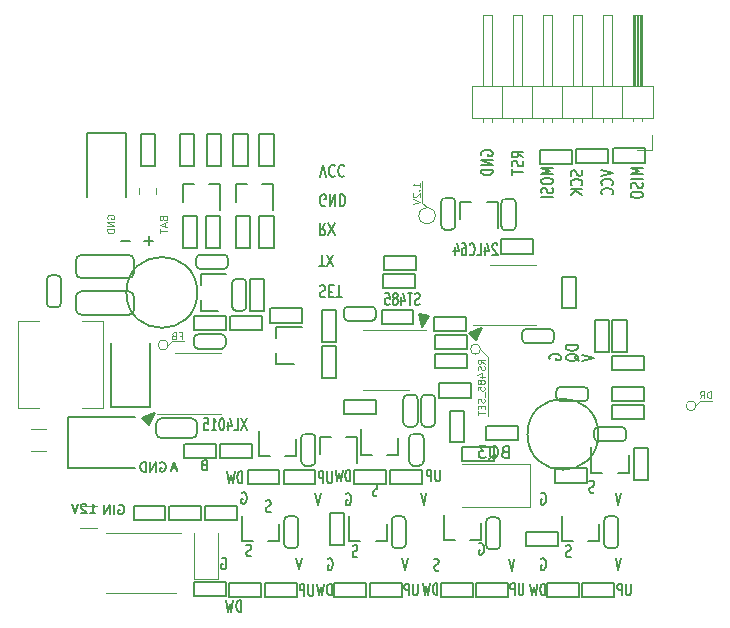
<source format=gbr>
%TF.GenerationSoftware,KiCad,Pcbnew,(6.0.7)*%
%TF.CreationDate,2022-10-06T21:18:37+03:00*%
%TF.ProjectId,RadioSens,52616469-6f53-4656-9e73-2e6b69636164,rev?*%
%TF.SameCoordinates,Original*%
%TF.FileFunction,Legend,Bot*%
%TF.FilePolarity,Positive*%
%FSLAX46Y46*%
G04 Gerber Fmt 4.6, Leading zero omitted, Abs format (unit mm)*
G04 Created by KiCad (PCBNEW (6.0.7)) date 2022-10-06 21:18:37*
%MOMM*%
%LPD*%
G01*
G04 APERTURE LIST*
%ADD10C,0.120000*%
%ADD11C,0.200000*%
%ADD12C,0.175000*%
%ADD13C,0.125000*%
%ADD14C,0.150000*%
%ADD15C,0.152000*%
%ADD16C,0.153000*%
G04 APERTURE END LIST*
D10*
X128719815Y-103198180D02*
X129769815Y-103198180D01*
X105219815Y-86448180D02*
X105219815Y-84648180D01*
X110144079Y-98848180D02*
X110819815Y-99548180D01*
X128369815Y-103548180D02*
X128719815Y-103198180D01*
X83694079Y-98498180D02*
G75*
G03*
X83694079Y-98498180I-424264J0D01*
G01*
D11*
X120119815Y-106048180D02*
G75*
G03*
X120119815Y-106048180I-3000000J0D01*
G01*
D10*
X84019815Y-98198180D02*
X85019815Y-98198180D01*
X128394079Y-103648180D02*
G75*
G03*
X128394079Y-103648180I-424264J0D01*
G01*
D11*
X86160251Y-94045062D02*
G75*
G03*
X86160251Y-94045062I-3000000J0D01*
G01*
D10*
X83719815Y-98498180D02*
X84019815Y-98198180D01*
X110144079Y-98848180D02*
G75*
G03*
X110144079Y-98848180I-424264J0D01*
G01*
X105619815Y-86848180D02*
X105219815Y-86448180D01*
X110819815Y-99548180D02*
X110819815Y-104548180D01*
D11*
X83029338Y-108448180D02*
X83105529Y-108410084D01*
X83219815Y-108410084D01*
X83334100Y-108448180D01*
X83410291Y-108524370D01*
X83448386Y-108600560D01*
X83486481Y-108752941D01*
X83486481Y-108867227D01*
X83448386Y-109019608D01*
X83410291Y-109095799D01*
X83334100Y-109171989D01*
X83219815Y-109210084D01*
X83143624Y-109210084D01*
X83029338Y-109171989D01*
X82991243Y-109133894D01*
X82991243Y-108867227D01*
X83143624Y-108867227D01*
X82648386Y-109210084D02*
X82648386Y-108410084D01*
X82191243Y-109210084D01*
X82191243Y-108410084D01*
X81810291Y-109210084D02*
X81810291Y-108410084D01*
X81619815Y-108410084D01*
X81505529Y-108448180D01*
X81429338Y-108524370D01*
X81391243Y-108600560D01*
X81353148Y-108752941D01*
X81353148Y-108867227D01*
X81391243Y-109019608D01*
X81429338Y-109095799D01*
X81505529Y-109171989D01*
X81619815Y-109210084D01*
X81810291Y-109210084D01*
D12*
X106719815Y-109050560D02*
X106719815Y-109860084D01*
X106686481Y-109955322D01*
X106653148Y-110002941D01*
X106586481Y-110050560D01*
X106453148Y-110050560D01*
X106386481Y-110002941D01*
X106353148Y-109955322D01*
X106319815Y-109860084D01*
X106319815Y-109050560D01*
X105986481Y-110050560D02*
X105986481Y-109050560D01*
X105719815Y-109050560D01*
X105653148Y-109098180D01*
X105619815Y-109145799D01*
X105586481Y-109241037D01*
X105586481Y-109383894D01*
X105619815Y-109479132D01*
X105653148Y-109526751D01*
X105719815Y-109574370D01*
X105986481Y-109574370D01*
X111553148Y-89995799D02*
X111519815Y-89948180D01*
X111453148Y-89900560D01*
X111286481Y-89900560D01*
X111219815Y-89948180D01*
X111186481Y-89995799D01*
X111153148Y-90091037D01*
X111153148Y-90186275D01*
X111186481Y-90329132D01*
X111586481Y-90900560D01*
X111153148Y-90900560D01*
X110553148Y-90233894D02*
X110553148Y-90900560D01*
X110719815Y-89852941D02*
X110886481Y-90567227D01*
X110453148Y-90567227D01*
X109853148Y-90900560D02*
X110186481Y-90900560D01*
X110186481Y-89900560D01*
X109219815Y-90805322D02*
X109253148Y-90852941D01*
X109353148Y-90900560D01*
X109419815Y-90900560D01*
X109519815Y-90852941D01*
X109586481Y-90757703D01*
X109619815Y-90662465D01*
X109653148Y-90471989D01*
X109653148Y-90329132D01*
X109619815Y-90138656D01*
X109586481Y-90043418D01*
X109519815Y-89948180D01*
X109419815Y-89900560D01*
X109353148Y-89900560D01*
X109253148Y-89948180D01*
X109219815Y-89995799D01*
X108619815Y-89900560D02*
X108753148Y-89900560D01*
X108819815Y-89948180D01*
X108853148Y-89995799D01*
X108919815Y-90138656D01*
X108953148Y-90329132D01*
X108953148Y-90710084D01*
X108919815Y-90805322D01*
X108886481Y-90852941D01*
X108819815Y-90900560D01*
X108686481Y-90900560D01*
X108619815Y-90852941D01*
X108586481Y-90805322D01*
X108553148Y-90710084D01*
X108553148Y-90471989D01*
X108586481Y-90376751D01*
X108619815Y-90329132D01*
X108686481Y-90281513D01*
X108819815Y-90281513D01*
X108886481Y-90329132D01*
X108919815Y-90376751D01*
X108953148Y-90471989D01*
X107953148Y-90233894D02*
X107953148Y-90900560D01*
X108119815Y-89852941D02*
X108286481Y-90567227D01*
X107853148Y-90567227D01*
X89953148Y-110200560D02*
X89953148Y-109200560D01*
X89786481Y-109200560D01*
X89686481Y-109248180D01*
X89619815Y-109343418D01*
X89586481Y-109438656D01*
X89553148Y-109629132D01*
X89553148Y-109771989D01*
X89586481Y-109962465D01*
X89619815Y-110057703D01*
X89686481Y-110152941D01*
X89786481Y-110200560D01*
X89953148Y-110200560D01*
X89319815Y-109200560D02*
X89153148Y-110200560D01*
X89019815Y-109486275D01*
X88886481Y-110200560D01*
X88719815Y-109200560D01*
X122053148Y-111000560D02*
X121819815Y-112000560D01*
X121586481Y-111000560D01*
D11*
X86712672Y-108641037D02*
X86598386Y-108679132D01*
X86560291Y-108717227D01*
X86522195Y-108793418D01*
X86522195Y-108907703D01*
X86560291Y-108983894D01*
X86598386Y-109021989D01*
X86674576Y-109060084D01*
X86979338Y-109060084D01*
X86979338Y-108260084D01*
X86712672Y-108260084D01*
X86636481Y-108298180D01*
X86598386Y-108336275D01*
X86560291Y-108412465D01*
X86560291Y-108488656D01*
X86598386Y-108564846D01*
X86636481Y-108602941D01*
X86712672Y-108641037D01*
X86979338Y-108641037D01*
D12*
X89853148Y-121100560D02*
X89853148Y-120100560D01*
X89686481Y-120100560D01*
X89586481Y-120148180D01*
X89519815Y-120243418D01*
X89486481Y-120338656D01*
X89453148Y-120529132D01*
X89453148Y-120671989D01*
X89486481Y-120862465D01*
X89519815Y-120957703D01*
X89586481Y-121052941D01*
X89686481Y-121100560D01*
X89853148Y-121100560D01*
X89219815Y-120100560D02*
X89053148Y-121100560D01*
X88919815Y-120386275D01*
X88786481Y-121100560D01*
X88619815Y-120100560D01*
X95969815Y-118750560D02*
X95969815Y-119560084D01*
X95936481Y-119655322D01*
X95903148Y-119702941D01*
X95836481Y-119750560D01*
X95703148Y-119750560D01*
X95636481Y-119702941D01*
X95603148Y-119655322D01*
X95569815Y-119560084D01*
X95569815Y-118750560D01*
X95236481Y-119750560D02*
X95236481Y-118750560D01*
X94969815Y-118750560D01*
X94903148Y-118798180D01*
X94869815Y-118845799D01*
X94836481Y-118941037D01*
X94836481Y-119083894D01*
X94869815Y-119179132D01*
X94903148Y-119226751D01*
X94969815Y-119274370D01*
X95236481Y-119274370D01*
X101419815Y-111202941D02*
X101319815Y-111250560D01*
X101153148Y-111250560D01*
X101086481Y-111202941D01*
X101053148Y-111155322D01*
X101019815Y-111060084D01*
X101019815Y-110964846D01*
X101053148Y-110869608D01*
X101086481Y-110821989D01*
X101153148Y-110774370D01*
X101286481Y-110726751D01*
X101353148Y-110679132D01*
X101386481Y-110631513D01*
X101419815Y-110536275D01*
X101419815Y-110441037D01*
X101386481Y-110345799D01*
X101353148Y-110298180D01*
X101286481Y-110250560D01*
X101119815Y-110250560D01*
X101019815Y-110298180D01*
D13*
X83276957Y-87805322D02*
X83305529Y-87891037D01*
X83334100Y-87919608D01*
X83391243Y-87948180D01*
X83476957Y-87948180D01*
X83534100Y-87919608D01*
X83562672Y-87891037D01*
X83591243Y-87833894D01*
X83591243Y-87605322D01*
X82991243Y-87605322D01*
X82991243Y-87805322D01*
X83019815Y-87862465D01*
X83048386Y-87891037D01*
X83105529Y-87919608D01*
X83162672Y-87919608D01*
X83219815Y-87891037D01*
X83248386Y-87862465D01*
X83276957Y-87805322D01*
X83276957Y-87605322D01*
X83419815Y-88176751D02*
X83419815Y-88462465D01*
X83591243Y-88119608D02*
X82991243Y-88319608D01*
X83591243Y-88519608D01*
X82991243Y-88633894D02*
X82991243Y-88976751D01*
X83591243Y-88805322D02*
X82991243Y-88805322D01*
D12*
X105553148Y-111050560D02*
X105319815Y-112050560D01*
X105086481Y-111050560D01*
X104003148Y-116550560D02*
X103769815Y-117550560D01*
X103536481Y-116550560D01*
D11*
X123872195Y-83491037D02*
X122872195Y-83491037D01*
X123586481Y-83757703D01*
X122872195Y-84024370D01*
X123872195Y-84024370D01*
X123872195Y-84405322D02*
X122872195Y-84405322D01*
X123824576Y-84748180D02*
X123872195Y-84862465D01*
X123872195Y-85052941D01*
X123824576Y-85129132D01*
X123776957Y-85167227D01*
X123681719Y-85205322D01*
X123586481Y-85205322D01*
X123491243Y-85167227D01*
X123443624Y-85129132D01*
X123396005Y-85052941D01*
X123348386Y-84900560D01*
X123300767Y-84824370D01*
X123253148Y-84786275D01*
X123157910Y-84748180D01*
X123062672Y-84748180D01*
X122967434Y-84786275D01*
X122919815Y-84824370D01*
X122872195Y-84900560D01*
X122872195Y-85091037D01*
X122919815Y-85205322D01*
X122872195Y-85700560D02*
X122872195Y-85852941D01*
X122919815Y-85929132D01*
X123015053Y-86005322D01*
X123205529Y-86043418D01*
X123538862Y-86043418D01*
X123729338Y-86005322D01*
X123824576Y-85929132D01*
X123872195Y-85852941D01*
X123872195Y-85700560D01*
X123824576Y-85624370D01*
X123729338Y-85548180D01*
X123538862Y-85510084D01*
X123205529Y-85510084D01*
X123015053Y-85548180D01*
X122919815Y-85624370D01*
X122872195Y-85700560D01*
X96986481Y-88195799D02*
X96719815Y-88671989D01*
X96529338Y-88195799D02*
X96529338Y-89195799D01*
X96834100Y-89195799D01*
X96910291Y-89148180D01*
X96948386Y-89100560D01*
X96986481Y-89005322D01*
X96986481Y-88862465D01*
X96948386Y-88767227D01*
X96910291Y-88719608D01*
X96834100Y-88671989D01*
X96529338Y-88671989D01*
X97253148Y-89195799D02*
X97786481Y-88195799D01*
X97786481Y-89195799D02*
X97253148Y-88195799D01*
D12*
X97553148Y-119700560D02*
X97553148Y-118700560D01*
X97386481Y-118700560D01*
X97286481Y-118748180D01*
X97219815Y-118843418D01*
X97186481Y-118938656D01*
X97153148Y-119129132D01*
X97153148Y-119271989D01*
X97186481Y-119462465D01*
X97219815Y-119557703D01*
X97286481Y-119652941D01*
X97386481Y-119700560D01*
X97553148Y-119700560D01*
X96919815Y-118700560D02*
X96753148Y-119700560D01*
X96619815Y-118986275D01*
X96486481Y-119700560D01*
X96319815Y-118700560D01*
D11*
X116272195Y-83491037D02*
X115272195Y-83491037D01*
X115986481Y-83757703D01*
X115272195Y-84024370D01*
X116272195Y-84024370D01*
X115272195Y-84557703D02*
X115272195Y-84710084D01*
X115319815Y-84786275D01*
X115415053Y-84862465D01*
X115605529Y-84900560D01*
X115938862Y-84900560D01*
X116129338Y-84862465D01*
X116224576Y-84786275D01*
X116272195Y-84710084D01*
X116272195Y-84557703D01*
X116224576Y-84481513D01*
X116129338Y-84405322D01*
X115938862Y-84367227D01*
X115605529Y-84367227D01*
X115415053Y-84405322D01*
X115319815Y-84481513D01*
X115272195Y-84557703D01*
X116224576Y-85205322D02*
X116272195Y-85319608D01*
X116272195Y-85510084D01*
X116224576Y-85586275D01*
X116176957Y-85624370D01*
X116081719Y-85662465D01*
X115986481Y-85662465D01*
X115891243Y-85624370D01*
X115843624Y-85586275D01*
X115796005Y-85510084D01*
X115748386Y-85357703D01*
X115700767Y-85281513D01*
X115653148Y-85243418D01*
X115557910Y-85205322D01*
X115462672Y-85205322D01*
X115367434Y-85243418D01*
X115319815Y-85281513D01*
X115272195Y-85357703D01*
X115272195Y-85548180D01*
X115319815Y-85662465D01*
X116272195Y-86005322D02*
X115272195Y-86005322D01*
D12*
X117769815Y-116402941D02*
X117669815Y-116450560D01*
X117503148Y-116450560D01*
X117436481Y-116402941D01*
X117403148Y-116355322D01*
X117369815Y-116260084D01*
X117369815Y-116164846D01*
X117403148Y-116069608D01*
X117436481Y-116021989D01*
X117503148Y-115974370D01*
X117636481Y-115926751D01*
X117703148Y-115879132D01*
X117736481Y-115831513D01*
X117769815Y-115736275D01*
X117769815Y-115641037D01*
X117736481Y-115545799D01*
X117703148Y-115498180D01*
X117636481Y-115450560D01*
X117469815Y-115450560D01*
X117369815Y-115498180D01*
D11*
X81688862Y-89676751D02*
X82450767Y-89676751D01*
X82069815Y-89295799D02*
X82069815Y-90057703D01*
D13*
X104991243Y-85133894D02*
X104991243Y-84791037D01*
X104991243Y-84962465D02*
X104391243Y-84962465D01*
X104476957Y-84905322D01*
X104534100Y-84848180D01*
X104562672Y-84791037D01*
X104934100Y-85391037D02*
X104962672Y-85419608D01*
X104991243Y-85391037D01*
X104962672Y-85362465D01*
X104934100Y-85391037D01*
X104991243Y-85391037D01*
X104448386Y-85648180D02*
X104419815Y-85676751D01*
X104391243Y-85733894D01*
X104391243Y-85876751D01*
X104419815Y-85933894D01*
X104448386Y-85962465D01*
X104505529Y-85991037D01*
X104562672Y-85991037D01*
X104648386Y-85962465D01*
X104991243Y-85619608D01*
X104991243Y-85991037D01*
X104391243Y-86162465D02*
X104991243Y-86362465D01*
X104391243Y-86562465D01*
D12*
X104819815Y-118700560D02*
X104819815Y-119510084D01*
X104786481Y-119605322D01*
X104753148Y-119652941D01*
X104686481Y-119700560D01*
X104553148Y-119700560D01*
X104486481Y-119652941D01*
X104453148Y-119605322D01*
X104419815Y-119510084D01*
X104419815Y-118700560D01*
X104086481Y-119700560D02*
X104086481Y-118700560D01*
X103819815Y-118700560D01*
X103753148Y-118748180D01*
X103719815Y-118795799D01*
X103686481Y-118891037D01*
X103686481Y-119033894D01*
X103719815Y-119129132D01*
X103753148Y-119176751D01*
X103819815Y-119224370D01*
X104086481Y-119224370D01*
D11*
X96510291Y-91845799D02*
X96967434Y-91845799D01*
X96738862Y-90845799D02*
X96738862Y-91845799D01*
X97157910Y-91845799D02*
X97691243Y-90845799D01*
X97691243Y-91845799D02*
X97157910Y-90845799D01*
D12*
X106503148Y-119650560D02*
X106503148Y-118650560D01*
X106336481Y-118650560D01*
X106236481Y-118698180D01*
X106169815Y-118793418D01*
X106136481Y-118888656D01*
X106103148Y-119079132D01*
X106103148Y-119221989D01*
X106136481Y-119412465D01*
X106169815Y-119507703D01*
X106236481Y-119602941D01*
X106336481Y-119650560D01*
X106503148Y-119650560D01*
X105869815Y-118650560D02*
X105703148Y-119650560D01*
X105569815Y-118936275D01*
X105436481Y-119650560D01*
X105269815Y-118650560D01*
D11*
X113772195Y-82612766D02*
X113296005Y-82346100D01*
X113772195Y-82155623D02*
X112772195Y-82155623D01*
X112772195Y-82460385D01*
X112819815Y-82536576D01*
X112867434Y-82574671D01*
X112962672Y-82612766D01*
X113105529Y-82612766D01*
X113200767Y-82574671D01*
X113248386Y-82536576D01*
X113296005Y-82460385D01*
X113296005Y-82155623D01*
X113724576Y-82917528D02*
X113772195Y-83031814D01*
X113772195Y-83222290D01*
X113724576Y-83298481D01*
X113676957Y-83336576D01*
X113581719Y-83374671D01*
X113486481Y-83374671D01*
X113391243Y-83336576D01*
X113343624Y-83298481D01*
X113296005Y-83222290D01*
X113248386Y-83069909D01*
X113200767Y-82993719D01*
X113153148Y-82955623D01*
X113057910Y-82917528D01*
X112962672Y-82917528D01*
X112867434Y-82955623D01*
X112819815Y-82993719D01*
X112772195Y-83069909D01*
X112772195Y-83260385D01*
X112819815Y-83374671D01*
X112772195Y-83603242D02*
X112772195Y-84060385D01*
X113772195Y-83831814D02*
X112772195Y-83831814D01*
X110219815Y-82438656D02*
X110172195Y-82362465D01*
X110172195Y-82248180D01*
X110219815Y-82133894D01*
X110315053Y-82057703D01*
X110410291Y-82019608D01*
X110600767Y-81981513D01*
X110743624Y-81981513D01*
X110934100Y-82019608D01*
X111029338Y-82057703D01*
X111124576Y-82133894D01*
X111172195Y-82248180D01*
X111172195Y-82324370D01*
X111124576Y-82438656D01*
X111076957Y-82476751D01*
X110743624Y-82476751D01*
X110743624Y-82324370D01*
X111172195Y-82819608D02*
X110172195Y-82819608D01*
X111172195Y-83276751D01*
X110172195Y-83276751D01*
X111172195Y-83657703D02*
X110172195Y-83657703D01*
X110172195Y-83848180D01*
X110219815Y-83962465D01*
X110315053Y-84038656D01*
X110410291Y-84076751D01*
X110600767Y-84114846D01*
X110743624Y-84114846D01*
X110934100Y-84076751D01*
X111029338Y-84038656D01*
X111124576Y-83962465D01*
X111172195Y-83848180D01*
X111172195Y-83657703D01*
X118372195Y-98519608D02*
X117372195Y-98519608D01*
X117372195Y-98710084D01*
X117419815Y-98824370D01*
X117515053Y-98900560D01*
X117610291Y-98938656D01*
X117800767Y-98976751D01*
X117943624Y-98976751D01*
X118134100Y-98938656D01*
X118229338Y-98900560D01*
X118324576Y-98824370D01*
X118372195Y-98710084D01*
X118372195Y-98519608D01*
X118467434Y-99852941D02*
X118419815Y-99776751D01*
X118324576Y-99700560D01*
X118181719Y-99586275D01*
X118134100Y-99510084D01*
X118134100Y-99433894D01*
X118372195Y-99471989D02*
X118324576Y-99395799D01*
X118229338Y-99319608D01*
X118038862Y-99281513D01*
X117705529Y-99281513D01*
X117515053Y-99319608D01*
X117419815Y-99395799D01*
X117372195Y-99471989D01*
X117372195Y-99624370D01*
X117419815Y-99700560D01*
X117515053Y-99776751D01*
X117705529Y-99814846D01*
X118038862Y-99814846D01*
X118229338Y-99776751D01*
X118324576Y-99700560D01*
X118372195Y-99624370D01*
X118372195Y-99471989D01*
D12*
X95003148Y-116500560D02*
X94769815Y-117500560D01*
X94536481Y-116500560D01*
X90369815Y-104700560D02*
X89903148Y-105700560D01*
X89903148Y-104700560D02*
X90369815Y-105700560D01*
X89303148Y-105700560D02*
X89636481Y-105700560D01*
X89636481Y-104700560D01*
X88769815Y-105033894D02*
X88769815Y-105700560D01*
X88936481Y-104652941D02*
X89103148Y-105367227D01*
X88669815Y-105367227D01*
X88269815Y-104700560D02*
X88203148Y-104700560D01*
X88136481Y-104748180D01*
X88103148Y-104795799D01*
X88069815Y-104891037D01*
X88036481Y-105081513D01*
X88036481Y-105319608D01*
X88069815Y-105510084D01*
X88103148Y-105605322D01*
X88136481Y-105652941D01*
X88203148Y-105700560D01*
X88269815Y-105700560D01*
X88336481Y-105652941D01*
X88369815Y-105605322D01*
X88403148Y-105510084D01*
X88436481Y-105319608D01*
X88436481Y-105081513D01*
X88403148Y-104891037D01*
X88369815Y-104795799D01*
X88336481Y-104748180D01*
X88269815Y-104700560D01*
X87369815Y-105700560D02*
X87769815Y-105700560D01*
X87569815Y-105700560D02*
X87569815Y-104700560D01*
X87636481Y-104843418D01*
X87703148Y-104938656D01*
X87769815Y-104986275D01*
X86736481Y-104700560D02*
X87069815Y-104700560D01*
X87103148Y-105176751D01*
X87069815Y-105129132D01*
X87003148Y-105081513D01*
X86836481Y-105081513D01*
X86769815Y-105129132D01*
X86736481Y-105176751D01*
X86703148Y-105271989D01*
X86703148Y-105510084D01*
X86736481Y-105605322D01*
X86769815Y-105652941D01*
X86836481Y-105700560D01*
X87003148Y-105700560D01*
X87069815Y-105652941D01*
X87103148Y-105605322D01*
D11*
X97010291Y-86698180D02*
X96934100Y-86745799D01*
X96819815Y-86745799D01*
X96705529Y-86698180D01*
X96629338Y-86602941D01*
X96591243Y-86507703D01*
X96553148Y-86317227D01*
X96553148Y-86174370D01*
X96591243Y-85983894D01*
X96629338Y-85888656D01*
X96705529Y-85793418D01*
X96819815Y-85745799D01*
X96896005Y-85745799D01*
X97010291Y-85793418D01*
X97048386Y-85841037D01*
X97048386Y-86174370D01*
X96896005Y-86174370D01*
X97391243Y-85745799D02*
X97391243Y-86745799D01*
X97848386Y-85745799D01*
X97848386Y-86745799D01*
X98229338Y-85745799D02*
X98229338Y-86745799D01*
X98419815Y-86745799D01*
X98534100Y-86698180D01*
X98610291Y-86602941D01*
X98648386Y-86507703D01*
X98686481Y-86317227D01*
X98686481Y-86174370D01*
X98648386Y-85983894D01*
X98610291Y-85888656D01*
X98534100Y-85793418D01*
X98419815Y-85745799D01*
X98229338Y-85745799D01*
D12*
X122053148Y-116550560D02*
X121819815Y-117550560D01*
X121586481Y-116550560D01*
X92369815Y-112602941D02*
X92269815Y-112650560D01*
X92103148Y-112650560D01*
X92036481Y-112602941D01*
X92003148Y-112555322D01*
X91969815Y-112460084D01*
X91969815Y-112364846D01*
X92003148Y-112269608D01*
X92036481Y-112221989D01*
X92103148Y-112174370D01*
X92236481Y-112126751D01*
X92303148Y-112079132D01*
X92336481Y-112031513D01*
X92369815Y-111936275D01*
X92369815Y-111841037D01*
X92336481Y-111745799D01*
X92303148Y-111698180D01*
X92236481Y-111650560D01*
X92069815Y-111650560D01*
X91969815Y-111698180D01*
X98786481Y-111098180D02*
X98853148Y-111050560D01*
X98953148Y-111050560D01*
X99053148Y-111098180D01*
X99119815Y-111193418D01*
X99153148Y-111288656D01*
X99186481Y-111479132D01*
X99186481Y-111621989D01*
X99153148Y-111812465D01*
X99119815Y-111907703D01*
X99053148Y-112002941D01*
X98953148Y-112050560D01*
X98886481Y-112050560D01*
X98786481Y-112002941D01*
X98753148Y-111955322D01*
X98753148Y-111621989D01*
X98886481Y-111621989D01*
X89936481Y-110998180D02*
X90003148Y-110950560D01*
X90103148Y-110950560D01*
X90203148Y-110998180D01*
X90269815Y-111093418D01*
X90303148Y-111188656D01*
X90336481Y-111379132D01*
X90336481Y-111521989D01*
X90303148Y-111712465D01*
X90269815Y-111807703D01*
X90203148Y-111902941D01*
X90103148Y-111950560D01*
X90036481Y-111950560D01*
X89936481Y-111902941D01*
X89903148Y-111855322D01*
X89903148Y-111521989D01*
X90036481Y-111521989D01*
D11*
X79519815Y-112048180D02*
X79596005Y-112010084D01*
X79710291Y-112010084D01*
X79824576Y-112048180D01*
X79900767Y-112124370D01*
X79938862Y-112200560D01*
X79976957Y-112352941D01*
X79976957Y-112467227D01*
X79938862Y-112619608D01*
X79900767Y-112695799D01*
X79824576Y-112771989D01*
X79710291Y-112810084D01*
X79634100Y-112810084D01*
X79519815Y-112771989D01*
X79481719Y-112733894D01*
X79481719Y-112467227D01*
X79634100Y-112467227D01*
X79138862Y-112810084D02*
X79138862Y-112010084D01*
X78757910Y-112810084D02*
X78757910Y-112010084D01*
X78300767Y-112810084D01*
X78300767Y-112010084D01*
X118772195Y-99331513D02*
X119772195Y-99598180D01*
X118772195Y-99864846D01*
D13*
X110491243Y-100076751D02*
X110205529Y-99876751D01*
X110491243Y-99733894D02*
X109891243Y-99733894D01*
X109891243Y-99962465D01*
X109919815Y-100019608D01*
X109948386Y-100048180D01*
X110005529Y-100076751D01*
X110091243Y-100076751D01*
X110148386Y-100048180D01*
X110176957Y-100019608D01*
X110205529Y-99962465D01*
X110205529Y-99733894D01*
X110462672Y-100305322D02*
X110491243Y-100391037D01*
X110491243Y-100533894D01*
X110462672Y-100591037D01*
X110434100Y-100619608D01*
X110376957Y-100648180D01*
X110319815Y-100648180D01*
X110262672Y-100619608D01*
X110234100Y-100591037D01*
X110205529Y-100533894D01*
X110176957Y-100419608D01*
X110148386Y-100362465D01*
X110119815Y-100333894D01*
X110062672Y-100305322D01*
X110005529Y-100305322D01*
X109948386Y-100333894D01*
X109919815Y-100362465D01*
X109891243Y-100419608D01*
X109891243Y-100562465D01*
X109919815Y-100648180D01*
X110091243Y-101162465D02*
X110491243Y-101162465D01*
X109862672Y-101019608D02*
X110291243Y-100876751D01*
X110291243Y-101248180D01*
X110148386Y-101562465D02*
X110119815Y-101505322D01*
X110091243Y-101476751D01*
X110034100Y-101448180D01*
X110005529Y-101448180D01*
X109948386Y-101476751D01*
X109919815Y-101505322D01*
X109891243Y-101562465D01*
X109891243Y-101676751D01*
X109919815Y-101733894D01*
X109948386Y-101762465D01*
X110005529Y-101791037D01*
X110034100Y-101791037D01*
X110091243Y-101762465D01*
X110119815Y-101733894D01*
X110148386Y-101676751D01*
X110148386Y-101562465D01*
X110176957Y-101505322D01*
X110205529Y-101476751D01*
X110262672Y-101448180D01*
X110376957Y-101448180D01*
X110434100Y-101476751D01*
X110462672Y-101505322D01*
X110491243Y-101562465D01*
X110491243Y-101676751D01*
X110462672Y-101733894D01*
X110434100Y-101762465D01*
X110376957Y-101791037D01*
X110262672Y-101791037D01*
X110205529Y-101762465D01*
X110176957Y-101733894D01*
X110148386Y-101676751D01*
X109891243Y-102333894D02*
X109891243Y-102048180D01*
X110176957Y-102019608D01*
X110148386Y-102048180D01*
X110119815Y-102105322D01*
X110119815Y-102248180D01*
X110148386Y-102305322D01*
X110176957Y-102333894D01*
X110234100Y-102362465D01*
X110376957Y-102362465D01*
X110434100Y-102333894D01*
X110462672Y-102305322D01*
X110491243Y-102248180D01*
X110491243Y-102105322D01*
X110462672Y-102048180D01*
X110434100Y-102019608D01*
X110548386Y-102476751D02*
X110548386Y-102933894D01*
X110462672Y-103048180D02*
X110491243Y-103133894D01*
X110491243Y-103276751D01*
X110462672Y-103333894D01*
X110434100Y-103362465D01*
X110376957Y-103391037D01*
X110319815Y-103391037D01*
X110262672Y-103362465D01*
X110234100Y-103333894D01*
X110205529Y-103276751D01*
X110176957Y-103162465D01*
X110148386Y-103105322D01*
X110119815Y-103076751D01*
X110062672Y-103048180D01*
X110005529Y-103048180D01*
X109948386Y-103076751D01*
X109919815Y-103105322D01*
X109891243Y-103162465D01*
X109891243Y-103305322D01*
X109919815Y-103391037D01*
X110176957Y-103648180D02*
X110176957Y-103848180D01*
X110491243Y-103933894D02*
X110491243Y-103648180D01*
X109891243Y-103648180D01*
X109891243Y-103933894D01*
X109891243Y-104105322D02*
X109891243Y-104448180D01*
X110491243Y-104276751D02*
X109891243Y-104276751D01*
D12*
X110036481Y-115298180D02*
X110103148Y-115250560D01*
X110203148Y-115250560D01*
X110303148Y-115298180D01*
X110369815Y-115393418D01*
X110403148Y-115488656D01*
X110436481Y-115679132D01*
X110436481Y-115821989D01*
X110403148Y-116012465D01*
X110369815Y-116107703D01*
X110303148Y-116202941D01*
X110203148Y-116250560D01*
X110136481Y-116250560D01*
X110036481Y-116202941D01*
X110003148Y-116155322D01*
X110003148Y-115821989D01*
X110136481Y-115821989D01*
D11*
X84410291Y-108931513D02*
X84029338Y-108931513D01*
X84486481Y-109160084D02*
X84219815Y-108360084D01*
X83953148Y-109160084D01*
D12*
X90719815Y-116352941D02*
X90619815Y-116400560D01*
X90453148Y-116400560D01*
X90386481Y-116352941D01*
X90353148Y-116305322D01*
X90319815Y-116210084D01*
X90319815Y-116114846D01*
X90353148Y-116019608D01*
X90386481Y-115971989D01*
X90453148Y-115924370D01*
X90586481Y-115876751D01*
X90653148Y-115829132D01*
X90686481Y-115781513D01*
X90719815Y-115686275D01*
X90719815Y-115591037D01*
X90686481Y-115495799D01*
X90653148Y-115448180D01*
X90586481Y-115400560D01*
X90419815Y-115400560D01*
X90319815Y-115448180D01*
D11*
X96524576Y-93493418D02*
X96638862Y-93445799D01*
X96829338Y-93445799D01*
X96905529Y-93493418D01*
X96943624Y-93541037D01*
X96981719Y-93636275D01*
X96981719Y-93731513D01*
X96943624Y-93826751D01*
X96905529Y-93874370D01*
X96829338Y-93921989D01*
X96676957Y-93969608D01*
X96600767Y-94017227D01*
X96562672Y-94064846D01*
X96524576Y-94160084D01*
X96524576Y-94255322D01*
X96562672Y-94350560D01*
X96600767Y-94398180D01*
X96676957Y-94445799D01*
X96867434Y-94445799D01*
X96981719Y-94398180D01*
X97324576Y-93969608D02*
X97591243Y-93969608D01*
X97705529Y-93445799D02*
X97324576Y-93445799D01*
X97324576Y-94445799D01*
X97705529Y-94445799D01*
X97934100Y-94445799D02*
X98391243Y-94445799D01*
X98162672Y-93445799D02*
X98162672Y-94445799D01*
X116019815Y-99707703D02*
X115972195Y-99631513D01*
X115972195Y-99517227D01*
X116019815Y-99402941D01*
X116115053Y-99326751D01*
X116210291Y-99288656D01*
X116400767Y-99250560D01*
X116543624Y-99250560D01*
X116734100Y-99288656D01*
X116829338Y-99326751D01*
X116924576Y-99402941D01*
X116972195Y-99517227D01*
X116972195Y-99593418D01*
X116924576Y-99707703D01*
X116876957Y-99745799D01*
X116543624Y-99745799D01*
X116543624Y-99593418D01*
D12*
X113003148Y-116650560D02*
X112769815Y-117650560D01*
X112536481Y-116650560D01*
X113769815Y-118650560D02*
X113769815Y-119460084D01*
X113736481Y-119555322D01*
X113703148Y-119602941D01*
X113636481Y-119650560D01*
X113503148Y-119650560D01*
X113436481Y-119602941D01*
X113403148Y-119555322D01*
X113369815Y-119460084D01*
X113369815Y-118650560D01*
X113036481Y-119650560D02*
X113036481Y-118650560D01*
X112769815Y-118650560D01*
X112703148Y-118698180D01*
X112669815Y-118745799D01*
X112636481Y-118841037D01*
X112636481Y-118983894D01*
X112669815Y-119079132D01*
X112703148Y-119126751D01*
X112769815Y-119174370D01*
X113036481Y-119174370D01*
X106619815Y-117552941D02*
X106519815Y-117600560D01*
X106353148Y-117600560D01*
X106286481Y-117552941D01*
X106253148Y-117505322D01*
X106219815Y-117410084D01*
X106219815Y-117314846D01*
X106253148Y-117219608D01*
X106286481Y-117171989D01*
X106353148Y-117124370D01*
X106486481Y-117076751D01*
X106553148Y-117029132D01*
X106586481Y-116981513D01*
X106619815Y-116886275D01*
X106619815Y-116791037D01*
X106586481Y-116695799D01*
X106553148Y-116648180D01*
X106486481Y-116600560D01*
X106319815Y-116600560D01*
X106219815Y-116648180D01*
X122869815Y-118700560D02*
X122869815Y-119510084D01*
X122836481Y-119605322D01*
X122803148Y-119652941D01*
X122736481Y-119700560D01*
X122603148Y-119700560D01*
X122536481Y-119652941D01*
X122503148Y-119605322D01*
X122469815Y-119510084D01*
X122469815Y-118700560D01*
X122136481Y-119700560D02*
X122136481Y-118700560D01*
X121869815Y-118700560D01*
X121803148Y-118748180D01*
X121769815Y-118795799D01*
X121736481Y-118891037D01*
X121736481Y-119033894D01*
X121769815Y-119129132D01*
X121803148Y-119176751D01*
X121869815Y-119224370D01*
X122136481Y-119224370D01*
X115286481Y-116598180D02*
X115353148Y-116550560D01*
X115453148Y-116550560D01*
X115553148Y-116598180D01*
X115619815Y-116693418D01*
X115653148Y-116788656D01*
X115686481Y-116979132D01*
X115686481Y-117121989D01*
X115653148Y-117312465D01*
X115619815Y-117407703D01*
X115553148Y-117502941D01*
X115453148Y-117550560D01*
X115386481Y-117550560D01*
X115286481Y-117502941D01*
X115253148Y-117455322D01*
X115253148Y-117121989D01*
X115386481Y-117121989D01*
X104986481Y-95052941D02*
X104886481Y-95100560D01*
X104719815Y-95100560D01*
X104653148Y-95052941D01*
X104619815Y-95005322D01*
X104586481Y-94910084D01*
X104586481Y-94814846D01*
X104619815Y-94719608D01*
X104653148Y-94671989D01*
X104719815Y-94624370D01*
X104853148Y-94576751D01*
X104919815Y-94529132D01*
X104953148Y-94481513D01*
X104986481Y-94386275D01*
X104986481Y-94291037D01*
X104953148Y-94195799D01*
X104919815Y-94148180D01*
X104853148Y-94100560D01*
X104686481Y-94100560D01*
X104586481Y-94148180D01*
X104386481Y-94100560D02*
X103986481Y-94100560D01*
X104186481Y-95100560D02*
X104186481Y-94100560D01*
X103453148Y-94433894D02*
X103453148Y-95100560D01*
X103619815Y-94052941D02*
X103786481Y-94767227D01*
X103353148Y-94767227D01*
X102986481Y-94529132D02*
X103053148Y-94481513D01*
X103086481Y-94433894D01*
X103119815Y-94338656D01*
X103119815Y-94291037D01*
X103086481Y-94195799D01*
X103053148Y-94148180D01*
X102986481Y-94100560D01*
X102853148Y-94100560D01*
X102786481Y-94148180D01*
X102753148Y-94195799D01*
X102719815Y-94291037D01*
X102719815Y-94338656D01*
X102753148Y-94433894D01*
X102786481Y-94481513D01*
X102853148Y-94529132D01*
X102986481Y-94529132D01*
X103053148Y-94576751D01*
X103086481Y-94624370D01*
X103119815Y-94719608D01*
X103119815Y-94910084D01*
X103086481Y-95005322D01*
X103053148Y-95052941D01*
X102986481Y-95100560D01*
X102853148Y-95100560D01*
X102786481Y-95052941D01*
X102753148Y-95005322D01*
X102719815Y-94910084D01*
X102719815Y-94719608D01*
X102753148Y-94624370D01*
X102786481Y-94576751D01*
X102853148Y-94529132D01*
X102086481Y-94100560D02*
X102419815Y-94100560D01*
X102453148Y-94576751D01*
X102419815Y-94529132D01*
X102353148Y-94481513D01*
X102186481Y-94481513D01*
X102119815Y-94529132D01*
X102086481Y-94576751D01*
X102053148Y-94671989D01*
X102053148Y-94910084D01*
X102086481Y-95005322D01*
X102119815Y-95052941D01*
X102186481Y-95100560D01*
X102353148Y-95100560D01*
X102419815Y-95052941D01*
X102453148Y-95005322D01*
D11*
X118724576Y-83719608D02*
X118772195Y-83833894D01*
X118772195Y-84024370D01*
X118724576Y-84100560D01*
X118676957Y-84138656D01*
X118581719Y-84176751D01*
X118486481Y-84176751D01*
X118391243Y-84138656D01*
X118343624Y-84100560D01*
X118296005Y-84024370D01*
X118248386Y-83871989D01*
X118200767Y-83795799D01*
X118153148Y-83757703D01*
X118057910Y-83719608D01*
X117962672Y-83719608D01*
X117867434Y-83757703D01*
X117819815Y-83795799D01*
X117772195Y-83871989D01*
X117772195Y-84062465D01*
X117819815Y-84176751D01*
X118676957Y-84976751D02*
X118724576Y-84938656D01*
X118772195Y-84824370D01*
X118772195Y-84748180D01*
X118724576Y-84633894D01*
X118629338Y-84557703D01*
X118534100Y-84519608D01*
X118343624Y-84481513D01*
X118200767Y-84481513D01*
X118010291Y-84519608D01*
X117915053Y-84557703D01*
X117819815Y-84633894D01*
X117772195Y-84748180D01*
X117772195Y-84824370D01*
X117819815Y-84938656D01*
X117867434Y-84976751D01*
X118772195Y-85319608D02*
X117772195Y-85319608D01*
X118772195Y-85776751D02*
X118200767Y-85433894D01*
X117772195Y-85776751D02*
X118343624Y-85319608D01*
D12*
X115603148Y-119700560D02*
X115603148Y-118700560D01*
X115436481Y-118700560D01*
X115336481Y-118748180D01*
X115269815Y-118843418D01*
X115236481Y-118938656D01*
X115203148Y-119129132D01*
X115203148Y-119271989D01*
X115236481Y-119462465D01*
X115269815Y-119557703D01*
X115336481Y-119652941D01*
X115436481Y-119700560D01*
X115603148Y-119700560D01*
X114969815Y-118700560D02*
X114803148Y-119700560D01*
X114669815Y-118986275D01*
X114536481Y-119700560D01*
X114369815Y-118700560D01*
D11*
X77065053Y-112760084D02*
X77522195Y-112760084D01*
X77293624Y-112760084D02*
X77293624Y-111960084D01*
X77369815Y-112074370D01*
X77446005Y-112150560D01*
X77522195Y-112188656D01*
X76760291Y-112036275D02*
X76722195Y-111998180D01*
X76646005Y-111960084D01*
X76455529Y-111960084D01*
X76379338Y-111998180D01*
X76341243Y-112036275D01*
X76303148Y-112112465D01*
X76303148Y-112188656D01*
X76341243Y-112302941D01*
X76798386Y-112760084D01*
X76303148Y-112760084D01*
X76074576Y-111960084D02*
X75807910Y-112760084D01*
X75541243Y-111960084D01*
D12*
X97236481Y-116598180D02*
X97303148Y-116550560D01*
X97403148Y-116550560D01*
X97503148Y-116598180D01*
X97569815Y-116693418D01*
X97603148Y-116788656D01*
X97636481Y-116979132D01*
X97636481Y-117121989D01*
X97603148Y-117312465D01*
X97569815Y-117407703D01*
X97503148Y-117502941D01*
X97403148Y-117550560D01*
X97336481Y-117550560D01*
X97236481Y-117502941D01*
X97203148Y-117455322D01*
X97203148Y-117121989D01*
X97336481Y-117121989D01*
D11*
X120372195Y-83681513D02*
X121372195Y-83948180D01*
X120372195Y-84214846D01*
X121276957Y-84938656D02*
X121324576Y-84900560D01*
X121372195Y-84786275D01*
X121372195Y-84710084D01*
X121324576Y-84595799D01*
X121229338Y-84519608D01*
X121134100Y-84481513D01*
X120943624Y-84443418D01*
X120800767Y-84443418D01*
X120610291Y-84481513D01*
X120515053Y-84519608D01*
X120419815Y-84595799D01*
X120372195Y-84710084D01*
X120372195Y-84786275D01*
X120419815Y-84900560D01*
X120467434Y-84938656D01*
X121276957Y-85738656D02*
X121324576Y-85700560D01*
X121372195Y-85586275D01*
X121372195Y-85510084D01*
X121324576Y-85395799D01*
X121229338Y-85319608D01*
X121134100Y-85281513D01*
X120943624Y-85243418D01*
X120800767Y-85243418D01*
X120610291Y-85281513D01*
X120515053Y-85319608D01*
X120419815Y-85395799D01*
X120372195Y-85510084D01*
X120372195Y-85586275D01*
X120419815Y-85700560D01*
X120467434Y-85738656D01*
D13*
X84684100Y-97705322D02*
X84884100Y-97705322D01*
X84884100Y-98019608D02*
X84884100Y-97419608D01*
X84598386Y-97419608D01*
X84169815Y-97705322D02*
X84084100Y-97733894D01*
X84055529Y-97762465D01*
X84026957Y-97819608D01*
X84026957Y-97905322D01*
X84055529Y-97962465D01*
X84084100Y-97991037D01*
X84141243Y-98019608D01*
X84369815Y-98019608D01*
X84369815Y-97419608D01*
X84169815Y-97419608D01*
X84112672Y-97448180D01*
X84084100Y-97476751D01*
X84055529Y-97533894D01*
X84055529Y-97591037D01*
X84084100Y-97648180D01*
X84112672Y-97676751D01*
X84169815Y-97705322D01*
X84369815Y-97705322D01*
X78569815Y-87791037D02*
X78541243Y-87733894D01*
X78541243Y-87648180D01*
X78569815Y-87562465D01*
X78626957Y-87505322D01*
X78684100Y-87476751D01*
X78798386Y-87448180D01*
X78884100Y-87448180D01*
X78998386Y-87476751D01*
X79055529Y-87505322D01*
X79112672Y-87562465D01*
X79141243Y-87648180D01*
X79141243Y-87705322D01*
X79112672Y-87791037D01*
X79084100Y-87819608D01*
X78884100Y-87819608D01*
X78884100Y-87705322D01*
X79141243Y-88076751D02*
X78541243Y-88076751D01*
X79141243Y-88419608D01*
X78541243Y-88419608D01*
X79141243Y-88705322D02*
X78541243Y-88705322D01*
X78541243Y-88848180D01*
X78569815Y-88933894D01*
X78626957Y-88991037D01*
X78684100Y-89019608D01*
X78798386Y-89048180D01*
X78884100Y-89048180D01*
X78998386Y-89019608D01*
X79055529Y-88991037D01*
X79112672Y-88933894D01*
X79141243Y-88848180D01*
X79141243Y-88705322D01*
D12*
X97569815Y-109200560D02*
X97569815Y-110010084D01*
X97536481Y-110105322D01*
X97503148Y-110152941D01*
X97436481Y-110200560D01*
X97303148Y-110200560D01*
X97236481Y-110152941D01*
X97203148Y-110105322D01*
X97169815Y-110010084D01*
X97169815Y-109200560D01*
X96836481Y-110200560D02*
X96836481Y-109200560D01*
X96569815Y-109200560D01*
X96503148Y-109248180D01*
X96469815Y-109295799D01*
X96436481Y-109391037D01*
X96436481Y-109533894D01*
X96469815Y-109629132D01*
X96503148Y-109676751D01*
X96569815Y-109724370D01*
X96836481Y-109724370D01*
D11*
X79686213Y-89681665D02*
X80448118Y-89681665D01*
D12*
X115286481Y-111048180D02*
X115353148Y-111000560D01*
X115453148Y-111000560D01*
X115553148Y-111048180D01*
X115619815Y-111143418D01*
X115653148Y-111238656D01*
X115686481Y-111429132D01*
X115686481Y-111571989D01*
X115653148Y-111762465D01*
X115619815Y-111857703D01*
X115553148Y-111952941D01*
X115453148Y-112000560D01*
X115386481Y-112000560D01*
X115286481Y-111952941D01*
X115253148Y-111905322D01*
X115253148Y-111571989D01*
X115386481Y-111571989D01*
X96603148Y-111050560D02*
X96369815Y-112050560D01*
X96136481Y-111050560D01*
D13*
X129676957Y-103019608D02*
X129676957Y-102419608D01*
X129534100Y-102419608D01*
X129448386Y-102448180D01*
X129391243Y-102505322D01*
X129362672Y-102562465D01*
X129334100Y-102676751D01*
X129334100Y-102762465D01*
X129362672Y-102876751D01*
X129391243Y-102933894D01*
X129448386Y-102991037D01*
X129534100Y-103019608D01*
X129676957Y-103019608D01*
X128734100Y-103019608D02*
X128934100Y-102733894D01*
X129076957Y-103019608D02*
X129076957Y-102419608D01*
X128848386Y-102419608D01*
X128791243Y-102448180D01*
X128762672Y-102476751D01*
X128734100Y-102533894D01*
X128734100Y-102619608D01*
X128762672Y-102676751D01*
X128791243Y-102705322D01*
X128848386Y-102733894D01*
X129076957Y-102733894D01*
D12*
X99103148Y-110050560D02*
X99103148Y-109050560D01*
X98936481Y-109050560D01*
X98836481Y-109098180D01*
X98769815Y-109193418D01*
X98736481Y-109288656D01*
X98703148Y-109479132D01*
X98703148Y-109621989D01*
X98736481Y-109812465D01*
X98769815Y-109907703D01*
X98836481Y-110002941D01*
X98936481Y-110050560D01*
X99103148Y-110050560D01*
X98469815Y-109050560D02*
X98303148Y-110050560D01*
X98169815Y-109336275D01*
X98036481Y-110050560D01*
X97869815Y-109050560D01*
D11*
X96553148Y-84245799D02*
X96819815Y-83245799D01*
X97086481Y-84245799D01*
X97810291Y-83341037D02*
X97772195Y-83293418D01*
X97657910Y-83245799D01*
X97581719Y-83245799D01*
X97467434Y-83293418D01*
X97391243Y-83388656D01*
X97353148Y-83483894D01*
X97315053Y-83674370D01*
X97315053Y-83817227D01*
X97353148Y-84007703D01*
X97391243Y-84102941D01*
X97467434Y-84198180D01*
X97581719Y-84245799D01*
X97657910Y-84245799D01*
X97772195Y-84198180D01*
X97810291Y-84150560D01*
X98610291Y-83341037D02*
X98572195Y-83293418D01*
X98457910Y-83245799D01*
X98381719Y-83245799D01*
X98267434Y-83293418D01*
X98191243Y-83388656D01*
X98153148Y-83483894D01*
X98115053Y-83674370D01*
X98115053Y-83817227D01*
X98153148Y-84007703D01*
X98191243Y-84102941D01*
X98267434Y-84198180D01*
X98381719Y-84245799D01*
X98457910Y-84245799D01*
X98572195Y-84198180D01*
X98610291Y-84150560D01*
D12*
X119769815Y-110952941D02*
X119669815Y-111000560D01*
X119503148Y-111000560D01*
X119436481Y-110952941D01*
X119403148Y-110905322D01*
X119369815Y-110810084D01*
X119369815Y-110714846D01*
X119403148Y-110619608D01*
X119436481Y-110571989D01*
X119503148Y-110524370D01*
X119636481Y-110476751D01*
X119703148Y-110429132D01*
X119736481Y-110381513D01*
X119769815Y-110286275D01*
X119769815Y-110191037D01*
X119736481Y-110095799D01*
X119703148Y-110048180D01*
X119636481Y-110000560D01*
X119469815Y-110000560D01*
X119369815Y-110048180D01*
X99719815Y-116402941D02*
X99619815Y-116450560D01*
X99453148Y-116450560D01*
X99386481Y-116402941D01*
X99353148Y-116355322D01*
X99319815Y-116260084D01*
X99319815Y-116164846D01*
X99353148Y-116069608D01*
X99386481Y-116021989D01*
X99453148Y-115974370D01*
X99586481Y-115926751D01*
X99653148Y-115879132D01*
X99686481Y-115831513D01*
X99719815Y-115736275D01*
X99719815Y-115641037D01*
X99686481Y-115545799D01*
X99653148Y-115498180D01*
X99586481Y-115450560D01*
X99419815Y-115450560D01*
X99319815Y-115498180D01*
X88236481Y-116548180D02*
X88303148Y-116500560D01*
X88403148Y-116500560D01*
X88503148Y-116548180D01*
X88569815Y-116643418D01*
X88603148Y-116738656D01*
X88636481Y-116929132D01*
X88636481Y-117071989D01*
X88603148Y-117262465D01*
X88569815Y-117357703D01*
X88503148Y-117452941D01*
X88403148Y-117500560D01*
X88336481Y-117500560D01*
X88236481Y-117452941D01*
X88203148Y-117405322D01*
X88203148Y-117071989D01*
X88336481Y-117071989D01*
D14*
%TO.C,BQ3*%
X112228571Y-107528571D02*
X112085714Y-107576190D01*
X112038095Y-107623809D01*
X111990476Y-107719047D01*
X111990476Y-107861904D01*
X112038095Y-107957142D01*
X112085714Y-108004761D01*
X112180952Y-108052380D01*
X112561904Y-108052380D01*
X112561904Y-107052380D01*
X112228571Y-107052380D01*
X112133333Y-107100000D01*
X112085714Y-107147619D01*
X112038095Y-107242857D01*
X112038095Y-107338095D01*
X112085714Y-107433333D01*
X112133333Y-107480952D01*
X112228571Y-107528571D01*
X112561904Y-107528571D01*
X110895238Y-108147619D02*
X110990476Y-108100000D01*
X111085714Y-108004761D01*
X111228571Y-107861904D01*
X111323809Y-107814285D01*
X111419047Y-107814285D01*
X111371428Y-108052380D02*
X111466666Y-108004761D01*
X111561904Y-107909523D01*
X111609523Y-107719047D01*
X111609523Y-107385714D01*
X111561904Y-107195238D01*
X111466666Y-107100000D01*
X111371428Y-107052380D01*
X111180952Y-107052380D01*
X111085714Y-107100000D01*
X110990476Y-107195238D01*
X110942857Y-107385714D01*
X110942857Y-107719047D01*
X110990476Y-107909523D01*
X111085714Y-108004761D01*
X111180952Y-108052380D01*
X111371428Y-108052380D01*
X110609523Y-107052380D02*
X109990476Y-107052380D01*
X110323809Y-107433333D01*
X110180952Y-107433333D01*
X110085714Y-107480952D01*
X110038095Y-107528571D01*
X109990476Y-107623809D01*
X109990476Y-107861904D01*
X110038095Y-107957142D01*
X110085714Y-108004761D01*
X110180952Y-108052380D01*
X110466666Y-108052380D01*
X110561904Y-108004761D01*
X110609523Y-107957142D01*
D11*
%TO.C,DA3*%
X82108698Y-105197029D02*
X81569950Y-104658281D01*
X82122166Y-105116217D02*
X81650762Y-104644812D01*
X82169307Y-105069076D02*
X81697902Y-104597672D01*
X82182776Y-104988264D02*
X81778715Y-104584203D01*
X82229916Y-104941124D02*
X81825855Y-104537063D01*
X82243385Y-104860312D02*
X81906667Y-104523594D01*
X82290525Y-104813171D02*
X81953808Y-104476454D01*
X82303994Y-104732359D02*
X82034620Y-104462985D01*
X82317463Y-104651547D02*
X82115432Y-104449516D01*
X82364603Y-104604406D02*
X82162573Y-104402376D01*
X82378072Y-104523594D02*
X82243385Y-104388907D01*
X82425212Y-104476454D02*
X82290525Y-104341767D01*
X82405009Y-104361970D02*
X82452150Y-104314829D01*
X82438681Y-104395641D02*
X82371337Y-104328298D01*
X82061557Y-105244170D02*
X82499290Y-104267689D01*
X81522809Y-104705421D01*
X82546430Y-104220548D02*
X81489137Y-104671750D01*
X82095229Y-105277841D01*
X82546430Y-104220548D01*
%TO.C,DD2*%
X104996029Y-95934854D02*
X105746359Y-96067158D01*
X105031348Y-96008777D02*
X105687886Y-96124543D01*
X105019771Y-96074431D02*
X105676310Y-96190196D01*
X105055090Y-96148354D02*
X105617838Y-96247581D01*
X105043514Y-96214008D02*
X105606261Y-96313235D01*
X105078833Y-96287930D02*
X105547789Y-96370620D01*
X105067256Y-96353584D02*
X105536212Y-96436274D01*
X105102575Y-96427507D02*
X105477740Y-96493659D01*
X105137895Y-96501430D02*
X105419268Y-96551044D01*
X105126318Y-96567084D02*
X105407692Y-96616698D01*
X105161637Y-96641007D02*
X105349219Y-96674082D01*
X105150061Y-96706660D02*
X105337643Y-96739736D01*
X105232275Y-96788852D02*
X105220699Y-96854506D01*
X105185380Y-96780583D02*
X105279171Y-96797121D01*
X105007605Y-95869200D02*
X105209122Y-96920160D01*
X105757935Y-96001504D01*
X105197546Y-96985814D02*
X105804831Y-96009773D01*
X104960710Y-95860931D01*
X105197546Y-96985814D01*
%TO.C,DD5*%
X109808698Y-97997029D02*
X109269950Y-97458281D01*
X109822166Y-97916217D02*
X109350762Y-97444812D01*
X109869307Y-97869076D02*
X109397902Y-97397672D01*
X109882776Y-97788264D02*
X109478715Y-97384203D01*
X109929916Y-97741124D02*
X109525855Y-97337063D01*
X109943385Y-97660312D02*
X109606667Y-97323594D01*
X109990525Y-97613171D02*
X109653808Y-97276454D01*
X110003994Y-97532359D02*
X109734620Y-97262985D01*
X110017463Y-97451547D02*
X109815432Y-97249516D01*
X110064603Y-97404406D02*
X109862573Y-97202376D01*
X110078072Y-97323594D02*
X109943385Y-97188907D01*
X110125212Y-97276454D02*
X109990525Y-97141767D01*
X110105009Y-97161970D02*
X110152150Y-97114829D01*
X110138681Y-97195641D02*
X110071337Y-97128298D01*
X109761557Y-98044170D02*
X110199290Y-97067689D01*
X109222809Y-97505421D01*
X110246430Y-97020548D02*
X109189137Y-97471750D01*
X109795229Y-98077841D01*
X110246430Y-97020548D01*
D15*
%TO.C,R34*%
X119119815Y-110148180D02*
X116469815Y-110148180D01*
X119169815Y-108948180D02*
X116469815Y-108948180D01*
X119169815Y-108948180D02*
X119169815Y-110148180D01*
X116469815Y-108948180D02*
X116469815Y-110148180D01*
D16*
%TO.C,C8*%
X104719815Y-105998180D02*
X104969815Y-105998180D01*
X104119815Y-106348180D02*
X104119815Y-107348180D01*
X105319815Y-106348180D02*
X105319815Y-107348180D01*
X104719815Y-105998180D02*
X104469815Y-105998180D01*
X105319815Y-108348180D02*
X105319815Y-107348180D01*
X104719815Y-108698180D02*
X104469815Y-108698180D01*
X104119815Y-108348180D02*
X104119815Y-107348180D01*
X104719815Y-108698180D02*
X104969815Y-108698180D01*
X105319815Y-106348180D02*
G75*
G03*
X104969815Y-105998180I-350000J0D01*
G01*
X104119815Y-108348180D02*
G75*
G03*
X104469815Y-108698180I350001J1D01*
G01*
X104969815Y-108698180D02*
G75*
G03*
X105319815Y-108348180I-1J350001D01*
G01*
X104469815Y-105998180D02*
G75*
G03*
X104119815Y-106348180I0J-350000D01*
G01*
%TO.C,C2*%
X94719815Y-113348180D02*
X94719815Y-114348180D01*
X93519815Y-115348180D02*
X93519815Y-114348180D01*
X94119815Y-112998180D02*
X93869815Y-112998180D01*
X93519815Y-113348180D02*
X93519815Y-114348180D01*
X94119815Y-115698180D02*
X94369815Y-115698180D01*
X94119815Y-112998180D02*
X94369815Y-112998180D01*
X94719815Y-115348180D02*
X94719815Y-114348180D01*
X94119815Y-115698180D02*
X93869815Y-115698180D01*
X94369815Y-115698180D02*
G75*
G03*
X94719815Y-115348180I-1J350001D01*
G01*
X93519815Y-115348180D02*
G75*
G03*
X93869815Y-115698180I350001J1D01*
G01*
X94719815Y-113348180D02*
G75*
G03*
X94369815Y-112998180I-350000J0D01*
G01*
X93869815Y-112998180D02*
G75*
G03*
X93519815Y-113348180I0J-350000D01*
G01*
D10*
%TO.C,FU1*%
X81259815Y-85189602D02*
X81259815Y-85706758D01*
X82679815Y-85189602D02*
X82679815Y-85706758D01*
D15*
%TO.C,R6*%
X109369815Y-101748180D02*
X106669815Y-101748180D01*
X109369815Y-101748180D02*
X109369815Y-102948180D01*
X109319815Y-102948180D02*
X106669815Y-102948180D01*
X106669815Y-101748180D02*
X106669815Y-102948180D01*
D11*
%TO.C,VD9*%
X91389815Y-107908180D02*
X92319815Y-107908180D01*
X94549815Y-107908180D02*
X93619815Y-107908180D01*
X94549815Y-107908180D02*
X94549815Y-106448180D01*
X91389815Y-107908180D02*
X91389815Y-105748180D01*
D15*
%TO.C,R37*%
X92619815Y-87598180D02*
X91419815Y-87598180D01*
X92619815Y-90298180D02*
X92619815Y-87598180D01*
X92619815Y-90298180D02*
X91419815Y-90298180D01*
X91419815Y-90248180D02*
X91419815Y-87598180D01*
D10*
%TO.C,FU2*%
X73321879Y-107458180D02*
X72117751Y-107458180D01*
X73321879Y-105638180D02*
X72117751Y-105638180D01*
D11*
%TO.C,DA2*%
X108439815Y-86388180D02*
X108439815Y-87848180D01*
X111599815Y-86388180D02*
X111599815Y-88548180D01*
X111599815Y-86388180D02*
X110669815Y-86388180D01*
X108439815Y-86388180D02*
X109369815Y-86388180D01*
D16*
%TO.C,C10*%
X122119815Y-106648180D02*
X121119815Y-106648180D01*
X122469815Y-106048180D02*
X122469815Y-106298180D01*
X119769815Y-106048180D02*
X119769815Y-105798180D01*
X122469815Y-106048180D02*
X122469815Y-105798180D01*
X119769815Y-106048180D02*
X119769815Y-106298180D01*
X120119815Y-105448180D02*
X121119815Y-105448180D01*
X120119815Y-106648180D02*
X121119815Y-106648180D01*
X122119815Y-105448180D02*
X121119815Y-105448180D01*
X120119815Y-105448180D02*
G75*
G03*
X119769815Y-105798180I0J-350000D01*
G01*
X122119815Y-106648180D02*
G75*
G03*
X122469815Y-106298180I-1J350001D01*
G01*
X119769815Y-106298180D02*
G75*
G03*
X120119815Y-106648180I350000J0D01*
G01*
X122469815Y-105798180D02*
G75*
G03*
X122119815Y-105448180I-350001J-1D01*
G01*
%TO.C,C18*%
X106819815Y-88373180D02*
X106819815Y-87373180D01*
X107419815Y-86023180D02*
X107669815Y-86023180D01*
X107419815Y-88723180D02*
X107169815Y-88723180D01*
X107419815Y-88723180D02*
X107669815Y-88723180D01*
X107419815Y-86023180D02*
X107169815Y-86023180D01*
X108019815Y-88373180D02*
X108019815Y-87373180D01*
X106819815Y-86373180D02*
X106819815Y-87373180D01*
X108019815Y-86373180D02*
X108019815Y-87373180D01*
X106819815Y-88373180D02*
G75*
G03*
X107169815Y-88723180I350001J1D01*
G01*
X108019815Y-86373180D02*
G75*
G03*
X107669815Y-86023180I-350000J0D01*
G01*
X107169815Y-86023180D02*
G75*
G03*
X106819815Y-86373180I0J-350000D01*
G01*
X107669815Y-88723180D02*
G75*
G03*
X108019815Y-88373180I-1J350001D01*
G01*
D11*
%TO.C,VD1*%
X92859815Y-96968180D02*
X92859815Y-97898180D01*
X92859815Y-100128180D02*
X92859815Y-99198180D01*
X92859815Y-96968180D02*
X95019815Y-96968180D01*
X92859815Y-100128180D02*
X94319815Y-100128180D01*
%TO.C,C28*%
X85669815Y-106398180D02*
X83169815Y-106398180D01*
X85669815Y-104698180D02*
X83169815Y-104698180D01*
X82669815Y-105898180D02*
X82669815Y-105198180D01*
X86169815Y-105898180D02*
X86169815Y-105198180D01*
X83169815Y-104698180D02*
G75*
G03*
X82669815Y-105198180I0J-500000D01*
G01*
X86169815Y-105198180D02*
G75*
G03*
X85669815Y-104698180I-500001J-1D01*
G01*
X82669815Y-105898180D02*
G75*
G03*
X83169815Y-106398180I500000J0D01*
G01*
X85669815Y-106398180D02*
G75*
G03*
X86169815Y-105898180I-1J500001D01*
G01*
D10*
%TO.C,L2*%
X70994815Y-103848180D02*
X70994815Y-100173180D01*
X72744815Y-103848180D02*
X70994815Y-103848180D01*
X70994815Y-96498180D02*
X70994815Y-100173180D01*
X78194815Y-96498180D02*
X78194815Y-100173180D01*
X76444815Y-103848180D02*
X78194815Y-103848180D01*
X72744815Y-96498180D02*
X70994815Y-96498180D01*
X78194815Y-103848180D02*
X78194815Y-100173180D01*
X76444815Y-96498180D02*
X78194815Y-96498180D01*
D15*
%TO.C,R1*%
X90619815Y-92898180D02*
X91819815Y-92898180D01*
X90619815Y-92898180D02*
X90619815Y-95598180D01*
X91819815Y-92948180D02*
X91819815Y-95598180D01*
X90619815Y-95598180D02*
X91819815Y-95598180D01*
D16*
%TO.C,VD5*%
X76819815Y-80548180D02*
X76819815Y-85948180D01*
X80119815Y-80548180D02*
X80119815Y-85948180D01*
X76819815Y-80548180D02*
X80119815Y-80548180D01*
D11*
%TO.C,VD10*%
X120199815Y-115108180D02*
X119269815Y-115108180D01*
X117039815Y-115108180D02*
X117039815Y-112948180D01*
X117039815Y-115108180D02*
X117969815Y-115108180D01*
X120199815Y-115108180D02*
X120199815Y-113648180D01*
D16*
%TO.C,C25*%
X106319815Y-105048180D02*
X106319815Y-104048180D01*
X105119815Y-105048180D02*
X105119815Y-104048180D01*
X105119815Y-103048180D02*
X105119815Y-104048180D01*
X106319815Y-103048180D02*
X106319815Y-104048180D01*
X105719815Y-102698180D02*
X105469815Y-102698180D01*
X105719815Y-102698180D02*
X105969815Y-102698180D01*
X105719815Y-105398180D02*
X105469815Y-105398180D01*
X105719815Y-105398180D02*
X105969815Y-105398180D01*
X105969815Y-105398180D02*
G75*
G03*
X106319815Y-105048180I-1J350001D01*
G01*
X105469815Y-102698180D02*
G75*
G03*
X105119815Y-103048180I0J-350000D01*
G01*
X106319815Y-103048180D02*
G75*
G03*
X105969815Y-102698180I-350000J0D01*
G01*
X105119815Y-105048180D02*
G75*
G03*
X105469815Y-105398180I350001J1D01*
G01*
D15*
%TO.C,R4*%
X106247246Y-96121407D02*
X106247246Y-97321407D01*
X108947246Y-96121407D02*
X108947246Y-97321407D01*
X108897246Y-97321407D02*
X106247246Y-97321407D01*
X108947246Y-96121407D02*
X106247246Y-96121407D01*
%TO.C,R50*%
X104619815Y-92148180D02*
X101969815Y-92148180D01*
X104669815Y-90948180D02*
X101969815Y-90948180D01*
X101969815Y-90948180D02*
X101969815Y-92148180D01*
X104669815Y-90948180D02*
X104669815Y-92148180D01*
%TO.C,R60*%
X121269815Y-99448180D02*
X121269815Y-100648180D01*
X123919815Y-100648180D02*
X121269815Y-100648180D01*
X123969815Y-99448180D02*
X123969815Y-100648180D01*
X123969815Y-99448180D02*
X121269815Y-99448180D01*
D16*
%TO.C,C42*%
X89719815Y-92898180D02*
X89969815Y-92898180D01*
X89119815Y-93248180D02*
X89119815Y-94248180D01*
X89719815Y-92898180D02*
X89469815Y-92898180D01*
X89719815Y-95598180D02*
X89469815Y-95598180D01*
X90319815Y-95248180D02*
X90319815Y-94248180D01*
X89119815Y-95248180D02*
X89119815Y-94248180D01*
X90319815Y-93248180D02*
X90319815Y-94248180D01*
X89719815Y-95598180D02*
X89969815Y-95598180D01*
X90319815Y-93248180D02*
G75*
G03*
X89969815Y-92898180I-350000J0D01*
G01*
X89119815Y-95248180D02*
G75*
G03*
X89469815Y-95598180I350001J1D01*
G01*
X89469815Y-92898180D02*
G75*
G03*
X89119815Y-93248180I0J-350000D01*
G01*
X89969815Y-95598180D02*
G75*
G03*
X90319815Y-95248180I-1J350001D01*
G01*
D15*
%TO.C,R24*%
X105169815Y-109048180D02*
X102469815Y-109048180D01*
X105169815Y-109048180D02*
X105169815Y-110248180D01*
X102469815Y-109048180D02*
X102469815Y-110248180D01*
X105119815Y-110248180D02*
X102469815Y-110248180D01*
%TO.C,R57*%
X88569815Y-97248180D02*
X88569815Y-96048180D01*
X85869815Y-97248180D02*
X85869815Y-96048180D01*
X85919815Y-96048180D02*
X88569815Y-96048180D01*
X85869815Y-97248180D02*
X88569815Y-97248180D01*
D10*
%TO.C,R63*%
X76242751Y-112138180D02*
X77696879Y-112138180D01*
X76242751Y-113958180D02*
X77696879Y-113958180D01*
D16*
%TO.C,VD12*%
X75219815Y-104598180D02*
X80919815Y-104598180D01*
X75219815Y-108898180D02*
X80919815Y-108898180D01*
X75219815Y-108898180D02*
X75219815Y-104598180D01*
D15*
%TO.C,R61*%
X118269815Y-95398180D02*
X117069815Y-95398180D01*
X118269815Y-95398180D02*
X118269815Y-92698180D01*
X117069815Y-95348180D02*
X117069815Y-92698180D01*
X118269815Y-92698180D02*
X117069815Y-92698180D01*
%TO.C,R59*%
X121269815Y-102048180D02*
X121269815Y-103248180D01*
X123969815Y-102048180D02*
X123969815Y-103248180D01*
X123919815Y-103248180D02*
X121269815Y-103248180D01*
X123969815Y-102048180D02*
X121269815Y-102048180D01*
%TO.C,R8*%
X104469815Y-95548180D02*
X101769815Y-95548180D01*
X101769815Y-95548180D02*
X101769815Y-96748180D01*
X104469815Y-95548180D02*
X104469815Y-96748180D01*
X104419815Y-96748180D02*
X101769815Y-96748180D01*
D16*
%TO.C,C1*%
X98569815Y-95848180D02*
X98569815Y-95598180D01*
X101269815Y-95848180D02*
X101269815Y-96098180D01*
X98919815Y-95248180D02*
X99919815Y-95248180D01*
X100919815Y-95248180D02*
X99919815Y-95248180D01*
X98919815Y-96448180D02*
X99919815Y-96448180D01*
X101269815Y-95848180D02*
X101269815Y-95598180D01*
X100919815Y-96448180D02*
X99919815Y-96448180D01*
X98569815Y-95848180D02*
X98569815Y-96098180D01*
X98569815Y-96098180D02*
G75*
G03*
X98919815Y-96448180I350001J1D01*
G01*
X101269815Y-95598180D02*
G75*
G03*
X100919815Y-95248180I-350000J0D01*
G01*
X100919815Y-96448180D02*
G75*
G03*
X101269815Y-96098180I0J350000D01*
G01*
X98919815Y-95248180D02*
G75*
G03*
X98569815Y-95598180I1J-350001D01*
G01*
D11*
%TO.C,C32*%
X76373368Y-93948180D02*
X80369815Y-93948180D01*
X75873368Y-94448180D02*
X75873368Y-95501733D01*
X80819815Y-94448180D02*
X80819815Y-95448180D01*
X76373368Y-95948180D02*
X80369815Y-95948180D01*
X80319815Y-95948180D02*
G75*
G03*
X80819815Y-95448180I0J500000D01*
G01*
X76373368Y-93948180D02*
G75*
G03*
X75873368Y-94448180I1J-500001D01*
G01*
X80819815Y-94448180D02*
G75*
G03*
X80319815Y-93948180I-500000J0D01*
G01*
X75873368Y-95448180D02*
G75*
G03*
X76373368Y-95948180I500001J1D01*
G01*
%TO.C,VD6*%
X119539815Y-109308180D02*
X119539815Y-107148180D01*
X119539815Y-109308180D02*
X120469815Y-109308180D01*
X122699815Y-109308180D02*
X122699815Y-107848180D01*
X122699815Y-109308180D02*
X121769815Y-109308180D01*
D15*
%TO.C,R41*%
X96169815Y-109098180D02*
X96169815Y-110298180D01*
X96169815Y-109098180D02*
X93469815Y-109098180D01*
X93469815Y-109098180D02*
X93469815Y-110298180D01*
X96119815Y-110298180D02*
X93469815Y-110298180D01*
%TO.C,R68*%
X86469815Y-113348180D02*
X86469815Y-112148180D01*
X83769815Y-113348180D02*
X86469815Y-113348180D01*
X83769815Y-113348180D02*
X83769815Y-112148180D01*
X83819815Y-112148180D02*
X86469815Y-112148180D01*
%TO.C,R39*%
X97769815Y-118648180D02*
X97769815Y-119848180D01*
X100419815Y-119848180D02*
X97769815Y-119848180D01*
X100469815Y-118648180D02*
X97769815Y-118648180D01*
X100469815Y-118648180D02*
X100469815Y-119848180D01*
%TO.C,R5*%
X108969815Y-97671407D02*
X106269815Y-97671407D01*
X108969815Y-97671407D02*
X108969815Y-98871407D01*
X108919815Y-98871407D02*
X106269815Y-98871407D01*
X106269815Y-97671407D02*
X106269815Y-98871407D01*
D16*
%TO.C,C30*%
X74019815Y-95298180D02*
X74269815Y-95298180D01*
X74619815Y-92948180D02*
X74619815Y-93948180D01*
X73419815Y-94948180D02*
X73419815Y-93948180D01*
X74019815Y-95298180D02*
X73769815Y-95298180D01*
X74619815Y-94948180D02*
X74619815Y-93948180D01*
X74019815Y-92598180D02*
X74269815Y-92598180D01*
X73419815Y-92948180D02*
X73419815Y-93948180D01*
X74019815Y-92598180D02*
X73769815Y-92598180D01*
X73419815Y-94948180D02*
G75*
G03*
X73769815Y-95298180I350001J1D01*
G01*
X74619815Y-92948180D02*
G75*
G03*
X74269815Y-92598180I-350000J0D01*
G01*
X74269815Y-95298180D02*
G75*
G03*
X74619815Y-94948180I-1J350001D01*
G01*
X73769815Y-92598180D02*
G75*
G03*
X73419815Y-92948180I0J-350000D01*
G01*
D15*
%TO.C,R58*%
X91669815Y-97248180D02*
X91669815Y-96048180D01*
X88969815Y-97248180D02*
X88969815Y-96048180D01*
X88969815Y-97248180D02*
X91669815Y-97248180D01*
X89019815Y-96048180D02*
X91669815Y-96048180D01*
%TO.C,R2*%
X114519815Y-90748180D02*
X111869815Y-90748180D01*
X114569815Y-89548180D02*
X114569815Y-90748180D01*
X111869815Y-89548180D02*
X111869815Y-90748180D01*
X114569815Y-89548180D02*
X111869815Y-89548180D01*
%TO.C,R69*%
X112444815Y-118648180D02*
X112444815Y-119848180D01*
X112444815Y-118648180D02*
X109744815Y-118648180D01*
X109744815Y-118648180D02*
X109744815Y-119848180D01*
X112394815Y-119848180D02*
X109744815Y-119848180D01*
%TO.C,R54*%
X108719815Y-106748180D02*
X108719815Y-104048180D01*
X107519815Y-106698180D02*
X107519815Y-104048180D01*
X108719815Y-104048180D02*
X107519815Y-104048180D01*
X108719815Y-106748180D02*
X107519815Y-106748180D01*
D16*
%TO.C,C40*%
X113669815Y-97748180D02*
X113669815Y-97998180D01*
X114019815Y-98348180D02*
X115019815Y-98348180D01*
X116369815Y-97748180D02*
X116369815Y-97498180D01*
X114019815Y-97148180D02*
X115019815Y-97148180D01*
X116369815Y-97748180D02*
X116369815Y-97998180D01*
X116019815Y-97148180D02*
X115019815Y-97148180D01*
X113669815Y-97748180D02*
X113669815Y-97498180D01*
X116019815Y-98348180D02*
X115019815Y-98348180D01*
X114019815Y-97148180D02*
G75*
G03*
X113669815Y-97498180I0J-350000D01*
G01*
X113669815Y-97998180D02*
G75*
G03*
X114019815Y-98348180I350000J0D01*
G01*
X116019815Y-98348180D02*
G75*
G03*
X116369815Y-97998180I-1J350001D01*
G01*
X116369815Y-97498180D02*
G75*
G03*
X116019815Y-97148180I-350001J-1D01*
G01*
%TO.C,C7*%
X116569815Y-102648180D02*
X116569815Y-102898180D01*
X116919815Y-103248180D02*
X117919815Y-103248180D01*
X118919815Y-103248180D02*
X117919815Y-103248180D01*
X119269815Y-102648180D02*
X119269815Y-102898180D01*
X119269815Y-102648180D02*
X119269815Y-102398180D01*
X116569815Y-102648180D02*
X116569815Y-102398180D01*
X118919815Y-102048180D02*
X117919815Y-102048180D01*
X116919815Y-102048180D02*
X117919815Y-102048180D01*
X119269815Y-102398180D02*
G75*
G03*
X118919815Y-102048180I-350001J-1D01*
G01*
X116919815Y-102048180D02*
G75*
G03*
X116569815Y-102398180I0J-350000D01*
G01*
X116569815Y-102898180D02*
G75*
G03*
X116919815Y-103248180I350000J0D01*
G01*
X118919815Y-103248180D02*
G75*
G03*
X119269815Y-102898180I-1J350001D01*
G01*
D15*
%TO.C,R33*%
X124319815Y-107198180D02*
X123119815Y-107198180D01*
X124319815Y-109898180D02*
X123119815Y-109898180D01*
X123119815Y-109848180D02*
X123119815Y-107198180D01*
X124319815Y-109898180D02*
X124319815Y-107198180D01*
%TO.C,R14*%
X91569815Y-118648180D02*
X88869815Y-118648180D01*
X91519815Y-119848180D02*
X88869815Y-119848180D01*
X88869815Y-118648180D02*
X88869815Y-119848180D01*
X91569815Y-118648180D02*
X91569815Y-119848180D01*
%TO.C,R62*%
X85869815Y-119748180D02*
X88569815Y-119748180D01*
X85869815Y-119748180D02*
X85869815Y-118548180D01*
X85919815Y-118548180D02*
X88569815Y-118548180D01*
X88569815Y-119748180D02*
X88569815Y-118548180D01*
D11*
%TO.C,VD7*%
X89439815Y-84888180D02*
X89439815Y-86348180D01*
X92599815Y-84888180D02*
X91669815Y-84888180D01*
X89439815Y-84888180D02*
X90369815Y-84888180D01*
X92599815Y-84888180D02*
X92599815Y-87048180D01*
%TO.C,VD4*%
X103199815Y-107808180D02*
X102269815Y-107808180D01*
X100039815Y-107808180D02*
X100969815Y-107808180D01*
X103199815Y-107808180D02*
X103199815Y-106348180D01*
X100039815Y-107808180D02*
X100039815Y-105648180D01*
D15*
%TO.C,R38*%
X103469815Y-118648180D02*
X103469815Y-119848180D01*
X103419815Y-119848180D02*
X100769815Y-119848180D01*
X103469815Y-118648180D02*
X100769815Y-118648180D01*
X100769815Y-118648180D02*
X100769815Y-119848180D01*
%TO.C,R52*%
X120969815Y-81898180D02*
X120969815Y-83098180D01*
X118269815Y-81898180D02*
X118269815Y-83098180D01*
X120969815Y-81898180D02*
X118269815Y-81898180D01*
X120919815Y-83098180D02*
X118269815Y-83098180D01*
%TO.C,R70*%
X109469815Y-118648180D02*
X106769815Y-118648180D01*
X109469815Y-118648180D02*
X109469815Y-119848180D01*
X106769815Y-118648180D02*
X106769815Y-119848180D01*
X109419815Y-119848180D02*
X106769815Y-119848180D01*
%TO.C,R46*%
X116669815Y-115548180D02*
X116669815Y-114348180D01*
X114019815Y-114348180D02*
X116669815Y-114348180D01*
X113969815Y-115548180D02*
X113969815Y-114348180D01*
X113969815Y-115548180D02*
X116669815Y-115548180D01*
%TO.C,R48*%
X90419815Y-83298180D02*
X89219815Y-83298180D01*
X90419815Y-80598180D02*
X89219815Y-80598180D01*
X89219815Y-83248180D02*
X89219815Y-80598180D01*
X90419815Y-83298180D02*
X90419815Y-80598180D01*
D16*
%TO.C,C29*%
X88219815Y-98798180D02*
X87219815Y-98798180D01*
X88569815Y-98198180D02*
X88569815Y-97948180D01*
X85869815Y-98198180D02*
X85869815Y-97948180D01*
X85869815Y-98198180D02*
X85869815Y-98448180D01*
X88219815Y-97598180D02*
X87219815Y-97598180D01*
X86219815Y-97598180D02*
X87219815Y-97598180D01*
X86219815Y-98798180D02*
X87219815Y-98798180D01*
X88569815Y-98198180D02*
X88569815Y-98448180D01*
X85869815Y-98448180D02*
G75*
G03*
X86219815Y-98798180I350001J1D01*
G01*
X86219815Y-97598180D02*
G75*
G03*
X85869815Y-97948180I1J-350001D01*
G01*
X88569815Y-97948180D02*
G75*
G03*
X88219815Y-97598180I-350000J0D01*
G01*
X88219815Y-98798180D02*
G75*
G03*
X88569815Y-98448180I0J350000D01*
G01*
D15*
%TO.C,R12*%
X85919815Y-83298180D02*
X85919815Y-80598180D01*
X84719815Y-83248180D02*
X84719815Y-80598180D01*
X85919815Y-80598180D02*
X84719815Y-80598180D01*
X85919815Y-83298180D02*
X84719815Y-83298180D01*
D16*
%TO.C,C12*%
X96169815Y-106348180D02*
X96169815Y-107348180D01*
X94969815Y-106348180D02*
X94969815Y-107348180D01*
X95569815Y-108698180D02*
X95819815Y-108698180D01*
X96169815Y-108348180D02*
X96169815Y-107348180D01*
X95569815Y-105998180D02*
X95319815Y-105998180D01*
X95569815Y-105998180D02*
X95819815Y-105998180D01*
X94969815Y-108348180D02*
X94969815Y-107348180D01*
X95569815Y-108698180D02*
X95319815Y-108698180D01*
X96169815Y-106348180D02*
G75*
G03*
X95819815Y-105998180I-350000J0D01*
G01*
X94969815Y-108348180D02*
G75*
G03*
X95319815Y-108698180I350001J1D01*
G01*
X95819815Y-108698180D02*
G75*
G03*
X96169815Y-108348180I-1J350001D01*
G01*
X95319815Y-105998180D02*
G75*
G03*
X94969815Y-106348180I0J-350000D01*
G01*
D15*
%TO.C,R40*%
X97419815Y-112698180D02*
X97419815Y-115398180D01*
X97419815Y-115398180D02*
X98619815Y-115398180D01*
X98619815Y-112748180D02*
X98619815Y-115398180D01*
X97419815Y-112698180D02*
X98619815Y-112698180D01*
%TO.C,R44*%
X121469815Y-118648180D02*
X118769815Y-118648180D01*
X121469815Y-118648180D02*
X121469815Y-119848180D01*
X121419815Y-119848180D02*
X118769815Y-119848180D01*
X118769815Y-118648180D02*
X118769815Y-119848180D01*
D11*
%TO.C,VD2*%
X89939815Y-115108180D02*
X89939815Y-112948180D01*
X93099815Y-115108180D02*
X92169815Y-115108180D01*
X89939815Y-115108180D02*
X90869815Y-115108180D01*
X93099815Y-115108180D02*
X93099815Y-113648180D01*
D16*
%TO.C,C41*%
X86419815Y-90848180D02*
X87419815Y-90848180D01*
X86419815Y-92048180D02*
X87419815Y-92048180D01*
X88419815Y-90848180D02*
X87419815Y-90848180D01*
X86069815Y-91448180D02*
X86069815Y-91198180D01*
X88419815Y-92048180D02*
X87419815Y-92048180D01*
X86069815Y-91448180D02*
X86069815Y-91698180D01*
X88769815Y-91448180D02*
X88769815Y-91198180D01*
X88769815Y-91448180D02*
X88769815Y-91698180D01*
X86069815Y-91698180D02*
G75*
G03*
X86419815Y-92048180I350001J1D01*
G01*
X86419815Y-90848180D02*
G75*
G03*
X86069815Y-91198180I1J-350001D01*
G01*
X88419815Y-92048180D02*
G75*
G03*
X88769815Y-91698180I0J350000D01*
G01*
X88769815Y-91198180D02*
G75*
G03*
X88419815Y-90848180I-350000J0D01*
G01*
D15*
%TO.C,R65*%
X98569815Y-103148180D02*
X98569815Y-104348180D01*
X101219815Y-104348180D02*
X98569815Y-104348180D01*
X101269815Y-103148180D02*
X98569815Y-103148180D01*
X101269815Y-103148180D02*
X101269815Y-104348180D01*
D10*
%TO.C,XT9*%
X123799815Y-79565000D02*
X123799815Y-79235000D01*
X117959815Y-70575000D02*
X117959815Y-76575000D01*
X123799815Y-76575000D02*
X123799815Y-70575000D01*
X120499815Y-70575000D02*
X120499815Y-76575000D01*
X111099815Y-76575000D02*
X111099815Y-70575000D01*
X118719815Y-70575000D02*
X117959815Y-70575000D01*
X117959815Y-79632071D02*
X117959815Y-79235000D01*
X111099815Y-70575000D02*
X110339815Y-70575000D01*
X113639815Y-76575000D02*
X113639815Y-70575000D01*
X124689815Y-81945000D02*
X124689815Y-80675000D01*
X116179815Y-79632071D02*
X116179815Y-79235000D01*
X120499815Y-79632071D02*
X120499815Y-79235000D01*
X110339815Y-79632071D02*
X110339815Y-79235000D01*
X123259815Y-76575000D02*
X123259815Y-70575000D01*
X123739815Y-76575000D02*
X123739815Y-70575000D01*
X116179815Y-70575000D02*
X115419815Y-70575000D01*
X115419815Y-70575000D02*
X115419815Y-76575000D01*
X111989815Y-79235000D02*
X111989815Y-76575000D01*
X123419815Y-81945000D02*
X124689815Y-81945000D01*
X123799815Y-70575000D02*
X123039815Y-70575000D01*
X123039815Y-70575000D02*
X123039815Y-76575000D01*
X123379815Y-76575000D02*
X123379815Y-70575000D01*
X121259815Y-79632071D02*
X121259815Y-79235000D01*
X123619815Y-76575000D02*
X123619815Y-70575000D01*
X117069815Y-79235000D02*
X117069815Y-76575000D01*
X109389815Y-76575000D02*
X124749815Y-76575000D01*
X116179815Y-76575000D02*
X116179815Y-70575000D01*
X121259815Y-76575000D02*
X121259815Y-70575000D01*
X112879815Y-79632071D02*
X112879815Y-79235000D01*
X122149815Y-79235000D02*
X122149815Y-76575000D01*
X123499815Y-76575000D02*
X123499815Y-70575000D01*
X112879815Y-70575000D02*
X112879815Y-76575000D01*
X118719815Y-79632071D02*
X118719815Y-79235000D01*
X118719815Y-76575000D02*
X118719815Y-70575000D01*
X110339815Y-70575000D02*
X110339815Y-76575000D01*
X124749815Y-79235000D02*
X109389815Y-79235000D01*
X124749815Y-76575000D02*
X124749815Y-79235000D01*
X111099815Y-79632071D02*
X111099815Y-79235000D01*
X123039815Y-79565000D02*
X123039815Y-79235000D01*
X119609815Y-79235000D02*
X119609815Y-76575000D01*
X123139815Y-76575000D02*
X123139815Y-70575000D01*
X109389815Y-79235000D02*
X109389815Y-76575000D01*
X114529815Y-79235000D02*
X114529815Y-76575000D01*
X115419815Y-79632071D02*
X115419815Y-79235000D01*
X113639815Y-70575000D02*
X112879815Y-70575000D01*
X121259815Y-70575000D02*
X120499815Y-70575000D01*
X113639815Y-79632071D02*
X113639815Y-79235000D01*
D15*
%TO.C,R3*%
X123969815Y-104798180D02*
X123969815Y-103598180D01*
X121269815Y-104798180D02*
X121269815Y-103598180D01*
X121319815Y-103598180D02*
X123969815Y-103598180D01*
X121269815Y-104798180D02*
X123969815Y-104798180D01*
%TO.C,R66*%
X89494815Y-112148180D02*
X86794815Y-112148180D01*
X89444815Y-113348180D02*
X86794815Y-113348180D01*
X86794815Y-112148180D02*
X86794815Y-113348180D01*
X89494815Y-112148180D02*
X89494815Y-113348180D01*
%TO.C,R67*%
X80819815Y-112148180D02*
X83469815Y-112148180D01*
X80769815Y-113348180D02*
X80769815Y-112148180D01*
X83469815Y-113348180D02*
X83469815Y-112148180D01*
X80769815Y-113348180D02*
X83469815Y-113348180D01*
D16*
%TO.C,C43*%
X104219815Y-102698180D02*
X103969815Y-102698180D01*
X104219815Y-102698180D02*
X104469815Y-102698180D01*
X104819815Y-103048180D02*
X104819815Y-104048180D01*
X104819815Y-105048180D02*
X104819815Y-104048180D01*
X103619815Y-103048180D02*
X103619815Y-104048180D01*
X103619815Y-105048180D02*
X103619815Y-104048180D01*
X104219815Y-105398180D02*
X104469815Y-105398180D01*
X104219815Y-105398180D02*
X103969815Y-105398180D01*
X103619815Y-105048180D02*
G75*
G03*
X103969815Y-105398180I350000J0D01*
G01*
X103969815Y-102698180D02*
G75*
G03*
X103619815Y-103048180I1J-350001D01*
G01*
X104819815Y-103048180D02*
G75*
G03*
X104469815Y-102698180I-350001J-1D01*
G01*
X104469815Y-105398180D02*
G75*
G03*
X104819815Y-105048180I0J350000D01*
G01*
D10*
%TO.C,VT1*%
X84364815Y-119518180D02*
X78474815Y-119518180D01*
X84819815Y-114378180D02*
X78474815Y-114378180D01*
D15*
%TO.C,R51*%
X115169815Y-83148180D02*
X115169815Y-81948180D01*
X115219815Y-81948180D02*
X117869815Y-81948180D01*
X117869815Y-83148180D02*
X117869815Y-81948180D01*
X115169815Y-83148180D02*
X117869815Y-83148180D01*
D10*
%TO.C,BQ3*%
X114350000Y-108600000D02*
X114350000Y-112200000D01*
X108600000Y-108600000D02*
X114350000Y-108600000D01*
X114350000Y-112200000D02*
X108600000Y-112200000D01*
%TO.C,XB3*%
X106319815Y-87548180D02*
G75*
G03*
X106319815Y-87548180I-700000J0D01*
G01*
D15*
%TO.C,R45*%
X118419815Y-119848180D02*
X115769815Y-119848180D01*
X115769815Y-118648180D02*
X115769815Y-119848180D01*
X118469815Y-118648180D02*
X118469815Y-119848180D01*
X118469815Y-118648180D02*
X115769815Y-118648180D01*
%TO.C,R9*%
X92319815Y-96598180D02*
X95019815Y-96598180D01*
X92369815Y-95398180D02*
X95019815Y-95398180D01*
X95019815Y-96598180D02*
X95019815Y-95398180D01*
X92319815Y-96598180D02*
X92319815Y-95398180D01*
D11*
%TO.C,C31*%
X76373368Y-90848180D02*
X80369815Y-90848180D01*
X80819815Y-91348180D02*
X80819815Y-92348180D01*
X76373368Y-92848180D02*
X80369815Y-92848180D01*
X75873368Y-91348180D02*
X75873368Y-92401733D01*
X80319815Y-92848180D02*
G75*
G03*
X80819815Y-92348180I0J500000D01*
G01*
X75873368Y-92348180D02*
G75*
G03*
X76373368Y-92848180I500001J1D01*
G01*
X80819815Y-91348180D02*
G75*
G03*
X80319815Y-90848180I-500000J0D01*
G01*
X76373368Y-90848180D02*
G75*
G03*
X75873368Y-91348180I1J-500001D01*
G01*
D15*
%TO.C,R13*%
X94569815Y-118648180D02*
X94569815Y-119848180D01*
X94519815Y-119848180D02*
X91869815Y-119848180D01*
X94569815Y-118648180D02*
X91869815Y-118648180D01*
X91869815Y-118648180D02*
X91869815Y-119848180D01*
%TO.C,R27*%
X81419815Y-83248180D02*
X81419815Y-80598180D01*
X82619815Y-80598180D02*
X81419815Y-80598180D01*
X82619815Y-83298180D02*
X81419815Y-83298180D01*
X82619815Y-83298180D02*
X82619815Y-80598180D01*
%TO.C,R21*%
X92624888Y-80598180D02*
X91424888Y-80598180D01*
X91424888Y-83248180D02*
X91424888Y-80598180D01*
X92624888Y-83298180D02*
X91424888Y-83298180D01*
X92624888Y-83298180D02*
X92624888Y-80598180D01*
D10*
%TO.C,DA3*%
X86219815Y-104308180D02*
X82769815Y-104308180D01*
X86219815Y-99188180D02*
X84269815Y-99188180D01*
X86219815Y-104308180D02*
X88169815Y-104308180D01*
X86219815Y-99188180D02*
X88169815Y-99188180D01*
D15*
%TO.C,R53*%
X121369815Y-83048180D02*
X121369815Y-81848180D01*
X121369815Y-83048180D02*
X124069815Y-83048180D01*
X124069815Y-83048180D02*
X124069815Y-81848180D01*
X121419815Y-81848180D02*
X124069815Y-81848180D01*
%TO.C,R47*%
X88154839Y-83298180D02*
X86954839Y-83298180D01*
X88154839Y-83298180D02*
X88154839Y-80598180D01*
X86954839Y-83248180D02*
X86954839Y-80598180D01*
X88154839Y-80598180D02*
X86954839Y-80598180D01*
%TO.C,R42*%
X93119815Y-109098180D02*
X93119815Y-110298180D01*
X90419815Y-109098180D02*
X90419815Y-110298180D01*
X93119815Y-109098180D02*
X90419815Y-109098180D01*
X93069815Y-110298180D02*
X90419815Y-110298180D01*
D11*
%TO.C,VD8*%
X99039815Y-115108180D02*
X99969815Y-115108180D01*
X99039815Y-115108180D02*
X99039815Y-112948180D01*
X102199815Y-115108180D02*
X102199815Y-113648180D01*
X102199815Y-115108180D02*
X101269815Y-115108180D01*
%TO.C,VD3*%
X88099815Y-84888180D02*
X87169815Y-84888180D01*
X84939815Y-84888180D02*
X84939815Y-86348180D01*
X88099815Y-84888180D02*
X88099815Y-87048180D01*
X84939815Y-84888180D02*
X85869815Y-84888180D01*
D15*
%TO.C,R26*%
X111319815Y-107148180D02*
X108619815Y-107148180D01*
X108619815Y-107148180D02*
X108619815Y-108348180D01*
X111319815Y-107148180D02*
X111319815Y-108348180D01*
X111269815Y-108348180D02*
X108619815Y-108348180D01*
D16*
%TO.C,C13*%
X120619815Y-113348180D02*
X120619815Y-114348180D01*
X121219815Y-115698180D02*
X121469815Y-115698180D01*
X121219815Y-115698180D02*
X120969815Y-115698180D01*
X121219815Y-112998180D02*
X120969815Y-112998180D01*
X121219815Y-112998180D02*
X121469815Y-112998180D01*
X120619815Y-115348180D02*
X120619815Y-114348180D01*
X121819815Y-113348180D02*
X121819815Y-114348180D01*
X121819815Y-115348180D02*
X121819815Y-114348180D01*
X120969815Y-112998180D02*
G75*
G03*
X120619815Y-113348180I0J-350000D01*
G01*
X120619815Y-115348180D02*
G75*
G03*
X120969815Y-115698180I350001J1D01*
G01*
X121469815Y-115698180D02*
G75*
G03*
X121819815Y-115348180I-1J350001D01*
G01*
X121819815Y-113348180D02*
G75*
G03*
X121469815Y-112998180I-350000J0D01*
G01*
D11*
%TO.C,VD15*%
X110199815Y-115008180D02*
X110199815Y-113548180D01*
X107039815Y-115008180D02*
X107039815Y-112848180D01*
X107039815Y-115008180D02*
X107969815Y-115008180D01*
X110199815Y-115008180D02*
X109269815Y-115008180D01*
%TO.C,DA5*%
X86459815Y-95628180D02*
X87919815Y-95628180D01*
X86459815Y-95628180D02*
X86459815Y-94698180D01*
X86459815Y-92468180D02*
X88619815Y-92468180D01*
X86459815Y-92468180D02*
X86459815Y-93398180D01*
D10*
%TO.C,VD13*%
X85919815Y-118298180D02*
X85919815Y-114398180D01*
X87919815Y-118298180D02*
X87919815Y-114398180D01*
X87919815Y-118298180D02*
X85919815Y-118298180D01*
D15*
%TO.C,R7*%
X108969815Y-99248180D02*
X106269815Y-99248180D01*
X106269815Y-99248180D02*
X106269815Y-100448180D01*
X108919815Y-100448180D02*
X106269815Y-100448180D01*
X108969815Y-99248180D02*
X108969815Y-100448180D01*
%TO.C,R35*%
X110619815Y-106548180D02*
X110619815Y-105348180D01*
X110669815Y-105348180D02*
X113319815Y-105348180D01*
X110619815Y-106548180D02*
X113319815Y-106548180D01*
X113319815Y-106548180D02*
X113319815Y-105348180D01*
%TO.C,R49*%
X104569815Y-92498180D02*
X101869815Y-92498180D01*
X101869815Y-92498180D02*
X101869815Y-93698180D01*
X104519815Y-93698180D02*
X101869815Y-93698180D01*
X104569815Y-92498180D02*
X104569815Y-93698180D01*
%TO.C,R19*%
X119819815Y-96398180D02*
X119819815Y-99098180D01*
X119819815Y-96398180D02*
X121019815Y-96398180D01*
X121019815Y-96448180D02*
X121019815Y-99098180D01*
X119819815Y-99098180D02*
X121019815Y-99098180D01*
%TO.C,R11*%
X97919815Y-95576407D02*
X97919815Y-98226407D01*
X96719815Y-95526407D02*
X96719815Y-98226407D01*
X96719815Y-95526407D02*
X97919815Y-95526407D01*
X96719815Y-98226407D02*
X97919815Y-98226407D01*
D11*
%TO.C,VD14*%
X96539815Y-106288180D02*
X97469815Y-106288180D01*
X96539815Y-106288180D02*
X96539815Y-107748180D01*
X99699815Y-106288180D02*
X99699815Y-108448180D01*
X99699815Y-106288180D02*
X98769815Y-106288180D01*
D15*
%TO.C,R36*%
X89419815Y-90298180D02*
X90619815Y-90298180D01*
X89419815Y-87598180D02*
X89419815Y-90298180D01*
X89419815Y-87598180D02*
X90619815Y-87598180D01*
X90619815Y-87648180D02*
X90619815Y-90298180D01*
D10*
%TO.C,DD2*%
X102119815Y-97188180D02*
X105569815Y-97188180D01*
X102119815Y-102308180D02*
X100169815Y-102308180D01*
X102119815Y-102308180D02*
X104069815Y-102308180D01*
X102119815Y-97188180D02*
X100169815Y-97188180D01*
D15*
%TO.C,R55*%
X85119815Y-106848180D02*
X87769815Y-106848180D01*
X85069815Y-108048180D02*
X87769815Y-108048180D01*
X87769815Y-108048180D02*
X87769815Y-106848180D01*
X85069815Y-108048180D02*
X85069815Y-106848180D01*
%TO.C,R25*%
X102169815Y-109048180D02*
X99469815Y-109048180D01*
X102169815Y-109048180D02*
X102169815Y-110248180D01*
X102119815Y-110248180D02*
X99469815Y-110248180D01*
X99469815Y-109048180D02*
X99469815Y-110248180D01*
%TO.C,R56*%
X88069815Y-108048180D02*
X90769815Y-108048180D01*
X88069815Y-108048180D02*
X88069815Y-106848180D01*
X88119815Y-106848180D02*
X90769815Y-106848180D01*
X90769815Y-108048180D02*
X90769815Y-106848180D01*
D16*
%TO.C,C11*%
X102619815Y-113348180D02*
X102619815Y-114348180D01*
X103219815Y-115698180D02*
X102969815Y-115698180D01*
X103819815Y-113348180D02*
X103819815Y-114348180D01*
X103819815Y-115348180D02*
X103819815Y-114348180D01*
X103219815Y-112998180D02*
X103469815Y-112998180D01*
X103219815Y-112998180D02*
X102969815Y-112998180D01*
X103219815Y-115698180D02*
X103469815Y-115698180D01*
X102619815Y-115348180D02*
X102619815Y-114348180D01*
X102619815Y-115348180D02*
G75*
G03*
X102969815Y-115698180I350001J1D01*
G01*
X103469815Y-115698180D02*
G75*
G03*
X103819815Y-115348180I-1J350001D01*
G01*
X103819815Y-113348180D02*
G75*
G03*
X103469815Y-112998180I-350000J0D01*
G01*
X102969815Y-112998180D02*
G75*
G03*
X102619815Y-113348180I0J-350000D01*
G01*
%TO.C,C16*%
X111919815Y-86448180D02*
X111919815Y-87448180D01*
X112519815Y-88798180D02*
X112269815Y-88798180D01*
X113119815Y-86448180D02*
X113119815Y-87448180D01*
X112519815Y-86098180D02*
X112769815Y-86098180D01*
X113119815Y-88448180D02*
X113119815Y-87448180D01*
X111919815Y-88448180D02*
X111919815Y-87448180D01*
X112519815Y-86098180D02*
X112269815Y-86098180D01*
X112519815Y-88798180D02*
X112769815Y-88798180D01*
X111919815Y-88448180D02*
G75*
G03*
X112269815Y-88798180I350000J0D01*
G01*
X112269815Y-86098180D02*
G75*
G03*
X111919815Y-86448180I1J-350001D01*
G01*
X112769815Y-88798180D02*
G75*
G03*
X113119815Y-88448180I0J350000D01*
G01*
X113119815Y-86448180D02*
G75*
G03*
X112769815Y-86098180I-350001J-1D01*
G01*
D15*
%TO.C,R10*%
X97897246Y-98626407D02*
X97897246Y-101276407D01*
X96697246Y-101276407D02*
X97897246Y-101276407D01*
X96697246Y-98576407D02*
X97897246Y-98576407D01*
X96697246Y-98576407D02*
X96697246Y-101276407D01*
D16*
%TO.C,VD11*%
X82169815Y-103732700D02*
X82169815Y-98332700D01*
X78869815Y-103732700D02*
X78869815Y-98332700D01*
X82169815Y-103732700D02*
X78869815Y-103732700D01*
D15*
%TO.C,R23*%
X88119815Y-90298180D02*
X86919815Y-90298180D01*
X88119815Y-90298180D02*
X88119815Y-87598180D01*
X88119815Y-87598180D02*
X86919815Y-87598180D01*
X86919815Y-90248180D02*
X86919815Y-87598180D01*
%TO.C,R20*%
X122519815Y-96398180D02*
X121319815Y-96398180D01*
X122519815Y-99098180D02*
X122519815Y-96398180D01*
X122519815Y-99098180D02*
X121319815Y-99098180D01*
X121319815Y-99048180D02*
X121319815Y-96398180D01*
D10*
%TO.C,DD5*%
X112919815Y-91688180D02*
X110969815Y-91688180D01*
X112919815Y-96808180D02*
X109469815Y-96808180D01*
X112919815Y-96808180D02*
X114869815Y-96808180D01*
X112919815Y-91688180D02*
X114869815Y-91688180D01*
D15*
%TO.C,R22*%
X84919815Y-87598180D02*
X84919815Y-90298180D01*
X86119815Y-87648180D02*
X86119815Y-90298180D01*
X84919815Y-90298180D02*
X86119815Y-90298180D01*
X84919815Y-87598180D02*
X86119815Y-87598180D01*
D16*
%TO.C,C44*%
X111819815Y-113448180D02*
X111819815Y-114448180D01*
X110619815Y-115448180D02*
X110619815Y-114448180D01*
X110619815Y-113448180D02*
X110619815Y-114448180D01*
X111219815Y-115798180D02*
X111469815Y-115798180D01*
X111219815Y-115798180D02*
X110969815Y-115798180D01*
X111219815Y-113098180D02*
X111469815Y-113098180D01*
X111819815Y-115448180D02*
X111819815Y-114448180D01*
X111219815Y-113098180D02*
X110969815Y-113098180D01*
X110969815Y-113098180D02*
G75*
G03*
X110619815Y-113448180I1J-350001D01*
G01*
X111819815Y-113448180D02*
G75*
G03*
X111469815Y-113098180I-350001J-1D01*
G01*
X111469815Y-115798180D02*
G75*
G03*
X111819815Y-115448180I0J350000D01*
G01*
X110619815Y-115448180D02*
G75*
G03*
X110969815Y-115798180I350000J0D01*
G01*
%TD*%
M02*

</source>
